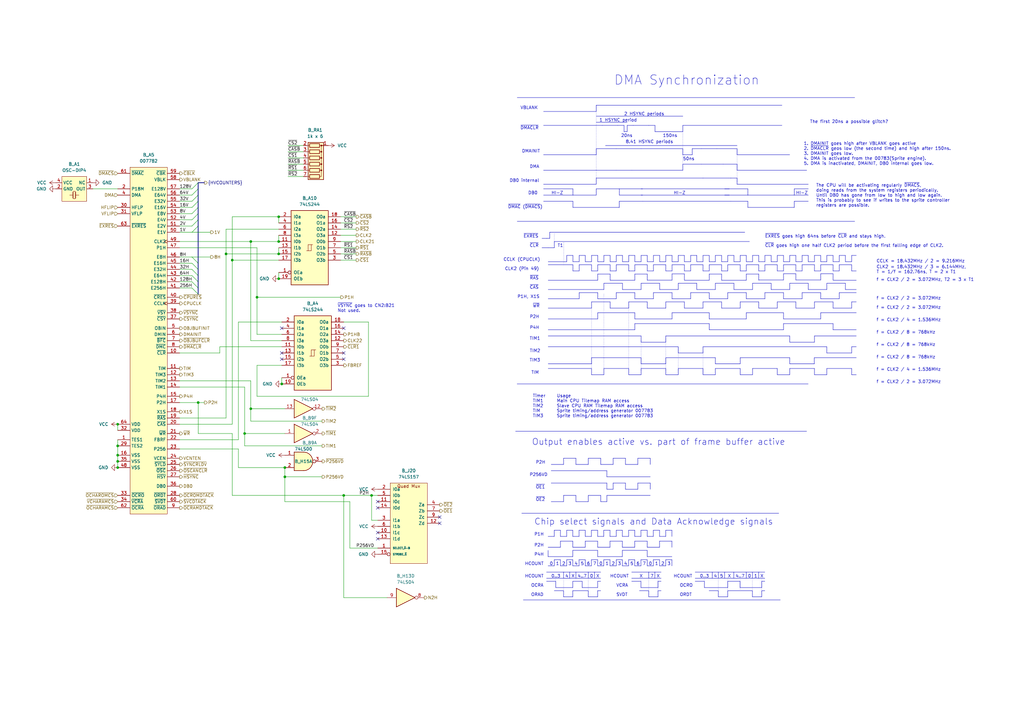
<source format=kicad_sch>
(kicad_sch (version 20230121) (generator eeschema)
  (paper "A3")
  (title_block (title "Twin 16 - Rev B") (date "2024-03-10") (company "Konami GX785/GX870/GX808/GX903") (comment 1 "Ulf Skutnabba, twitter: @skutis77"))
  (bus_alias "HVCOUNTERS" (members "1V" "2V" "4V" "8V" "16V" "32V" "64V" "128V" "8H" "16H" "32H" "64H" "128H" "256H"))
  (junction (at 114.3 104.14))
  (junction (at 48.26 191.77))
  (junction (at 102.87 99.06))
  (junction (at 105.41 121.92))
  (junction (at 95.25 106.68))
  (junction (at 48.26 173.99))
  (junction (at 102.87 167.64))
  (junction (at 81.28 165.1))
  (junction (at 100.33 177.8))
  (junction (at 116.84 191.77))
  (junction (at 115.57 157.48))
  (junction (at 140.97 203.2))
  (junction (at 116.84 195.58))
  (junction (at 114.3 99.06))
  (junction (at 48.26 186.69))
  (junction (at 48.26 189.23))
  (junction (at 114.3 114.3))
  (junction (at 48.26 182.88))
  (junction (at 114.3 88.9))
  (junction (at 152.4 203.2))
  (junction (at 92.71 104.14))
  (no_connect (at 140.97 147.32))
  (no_connect (at 140.97 144.78))
  (no_connect (at 140.97 134.62))
  (no_connect (at 115.57 147.32))
  (no_connect (at 115.57 144.78))
  (no_connect (at 115.57 134.62))
  (no_connect (at 154.94 205.74))
  (no_connect (at 154.94 208.28))
  (no_connect (at 154.94 218.44))
  (no_connect (at 154.94 220.98))
  (no_connect (at 180.34 212.09))
  (no_connect (at 180.34 214.63))
  (bus_entry (at 78.74 92.71) (size 2.54 -2.54))
  (bus_entry (at 78.74 95.25) (size 2.54 -2.54))
  (bus_entry (at 78.74 85.09) (size 2.54 -2.54))
  (bus_entry (at 78.74 105.41) (size 2.54 2.54))
  (bus_entry (at 78.74 107.95) (size 2.54 2.54))
  (bus_entry (at 78.74 90.17) (size 2.54 -2.54))
  (bus_entry (at 78.74 77.47) (size 2.54 -2.54))
  (bus_entry (at 78.74 80.01) (size 2.54 -2.54))
  (bus_entry (at 78.74 82.55) (size 2.54 -2.54))
  (bus_entry (at 78.74 118.11) (size 2.54 2.54))
  (bus_entry (at 78.74 110.49) (size 2.54 2.54))
  (bus_entry (at 78.74 87.63) (size 2.54 -2.54))
  (bus_entry (at 78.74 113.03) (size 2.54 2.54))
  (bus_entry (at 78.74 115.57) (size 2.54 2.54))
  (wire (pts (xy 95.25 88.9) (xy 114.3 88.9)))
  (polyline (pts (xy 250.19 232.0925) (xy 252.73 232.0925)) (stroke (width 0) (type solid)))
  (polyline (pts (xy 273.0935 123.825) (xy 273.0935 126.365)) (stroke (width 0) (type solid)))
  (polyline (pts (xy 311.1935 107.315) (xy 313.7335 107.315)) (stroke (width 0) (type solid)))
  (polyline (pts (xy 254 85.09) (xy 254 82.55)) (stroke (width 0) (type solid)))
  (wire (pts (xy 78.74 95.25) (xy 86.36 95.25)))
  (polyline (pts (xy 245.1535 114.935) (xy 245.1535 112.395)) (stroke (width 0) (type solid)))
  (polyline (pts (xy 245.11 240.9825) (xy 245.11 238.4425)) (stroke (width 0) (type solid)))
  (polyline (pts (xy 318.8135 111.125) (xy 321.3535 111.125)) (stroke (width 0) (type solid)))
  (polyline (pts (xy 257.2185 51.435) (xy 259.7585 51.435)) (stroke (width 0) (type solid)))
  (polyline (pts (xy 231.14 237.1725) (xy 231.14 234.6325)) (stroke (width 0) (type solid)))
  (polyline (pts (xy 306.1135 111.125) (xy 306.1135 108.585)) (stroke (width 0) (type solid)))
  (polyline (pts (xy 268.0135 111.125) (xy 268.0135 108.585)) (stroke (width 0) (type solid)))
  (polyline (pts (xy 298.4935 108.585) (xy 303.5735 108.585)) (stroke (width 0) (type solid)))
  (polyline (pts (xy 293.4135 149.225) (xy 303.5735 149.225)) (stroke (width 0) (type solid)))
  (polyline (pts (xy 233.68 234.6325) (xy 236.22 234.6325)) (stroke (width 0) (type solid)))
  (polyline (pts (xy 257.8535 153.67) (xy 262.9335 153.67)) (stroke (width 0) (type solid)))
  (polyline (pts (xy 275.59 224.4725) (xy 275.59 221.9325)) (stroke (width 0) (type solid)))
  (polyline (pts (xy 248.92 195.58) (xy 266.7 195.58)) (stroke (width 0) (type solid)))
  (polyline (pts (xy 246.38 190.5) (xy 246.38 187.96)) (stroke (width 0) (type solid)))
  (polyline (pts (xy 246.38 205.74) (xy 246.38 203.2)) (stroke (width 0) (type solid)))
  (polyline (pts (xy 260.35 232.0925) (xy 262.89 232.0925)) (stroke (width 0) (type solid)))
  (polyline (pts (xy 260.3935 135.255) (xy 260.3935 132.715)) (stroke (width 0) (type solid)))
  (wire (pts (xy 73.66 80.01) (xy 78.74 80.01)))
  (polyline (pts (xy 229.87 220.0275) (xy 232.41 220.0275)) (stroke (width 0) (type solid)))
  (polyline (pts (xy 334.0535 107.315) (xy 334.0535 104.775)) (stroke (width 0) (type solid)))
  (polyline (pts (xy 241.3 244.7925) (xy 245.11 244.7925)) (stroke (width 0) (type solid)))
  (polyline (pts (xy 293.4135 153.67) (xy 293.4135 151.13)) (stroke (width 0) (type solid)))
  (wire (pts (xy 73.66 85.09) (xy 78.74 85.09)))
  (polyline (pts (xy 260.3935 111.125) (xy 260.3935 108.585)) (stroke (width 0) (type solid)))
  (polyline (pts (xy 248.92 203.2) (xy 266.7 203.2)) (stroke (width 0) (type solid)))
  (polyline (pts (xy 278.1735 144.78) (xy 288.3335 144.78)) (stroke (width 0) (type solid)))
  (polyline (pts (xy 236.22 237.1725) (xy 236.22 234.6325)) (stroke (width 0) (type solid)))
  (polyline (pts (xy 303.5735 123.825) (xy 311.1935 123.825)) (stroke (width 0) (type solid)))
  (polyline (pts (xy 224.8335 126.365) (xy 242.6135 126.365)) (stroke (width 0) (type solid)))
  (polyline (pts (xy 301.0335 107.315) (xy 301.0335 104.775)) (stroke (width 0) (type solid)))
  (wire (pts (xy 90.17 142.24) (xy 115.57 142.24)))
  (polyline (pts (xy 294.64 237.1725) (xy 294.64 234.6202)) (stroke (width 0) (type solid)))
  (polyline (pts (xy 263.5685 82.55) (xy 299.7635 82.55)))
  (polyline (pts (xy 262.89 240.9825) (xy 269.875 240.9825)) (stroke (width 0) (type solid)))
  (polyline (pts (xy 260.3935 132.715) (xy 290.8735 132.715)) (stroke (width 0) (type solid)))
  (polyline (pts (xy 323.8935 116.205) (xy 331.5135 116.205)) (stroke (width 0) (type solid)))
  (polyline (pts (xy 262.89 217.4875) (xy 262.89 220.0275)) (stroke (width 0) (type solid)))
  (polyline (pts (xy 301.0335 116.205) (xy 301.0335 118.745)) (stroke (width 0) (type solid)))
  (polyline (pts (xy 245.11 228.2825) (xy 255.27 228.2825)) (stroke (width 0) (type solid)))
  (polyline (pts (xy 236.22 190.5) (xy 241.3 190.5)) (stroke (width 0) (type solid)))
  (polyline (pts (xy 245.11 244.7925) (xy 245.11 242.2525)) (stroke (width 0) (type solid)))
  (polyline (pts (xy 344.2135 104.775) (xy 346.7535 104.775)) (stroke (width 0) (type solid)))
  (polyline (pts (xy 275.6335 114.8877) (xy 275.6335 112.3477)) (stroke (width 0) (type solid)))
  (polyline (pts (xy 334.0535 146.685) (xy 351.1985 146.685)) (stroke (width 0) (type solid)))
  (polyline (pts (xy 232.4535 107.315) (xy 232.4535 104.775)) (stroke (width 0) (type solid)))
  (polyline (pts (xy 326.4335 112.2952) (xy 326.4335 114.8352)) (stroke (width 0) (type solid)))
  (polyline (pts (xy 278.1735 107.315) (xy 278.1735 104.775)) (stroke (width 0) (type solid)))
  (polyline (pts (xy 311.1935 108.585) (xy 311.1935 111.125)) (stroke (width 0) (type solid)))
  (polyline (pts (xy 336.5935 112.2952) (xy 341.6735 112.2952)) (stroke (width 0) (type solid)))
  (wire (pts (xy 73.66 105.41) (xy 78.74 105.41)))
  (polyline (pts (xy 255.27 229.5525) (xy 255.27 232.0925)) (stroke (width 0) (type solid)))
  (polyline (pts (xy 313.7335 120.015) (xy 321.3535 120.015)) (stroke (width 0) (type solid)))
  (polyline (pts (xy 241.3 203.2) (xy 246.38 203.2)) (stroke (width 0) (type solid)))
  (polyline (pts (xy 303.5735 146.685) (xy 323.8935 146.685)) (stroke (width 0) (type solid)))
  (wire (pts (xy 154.94 224.79) (xy 143.51 224.79)))
  (polyline (pts (xy 260.3935 130.81) (xy 260.3935 128.27)) (stroke (width 0) (type solid)))
  (wire (pts (xy 102.87 156.21) (xy 102.87 167.64)))
  (wire (pts (xy 102.87 172.72) (xy 102.87 167.64)))
  (polyline (pts (xy 341.6735 108.585) (xy 341.6735 111.125)) (stroke (width 0) (type solid)))
  (polyline (pts (xy 245.1535 120.015) (xy 245.1535 122.555)) (stroke (width 0) (type solid)))
  (polyline (pts (xy 241.3 244.7925) (xy 241.3 242.2525)) (stroke (width 0) (type solid)))
  (polyline (pts (xy 260.3935 122.555) (xy 268.0135 122.555)) (stroke (width 0) (type solid)))
  (polyline (pts (xy 336.5935 107.315) (xy 339.1335 107.315)) (stroke (width 0) (type solid)))
  (polyline (pts (xy 242.57 229.5525) (xy 245.11 229.5525)) (stroke (width 0) (type solid)))
  (polyline (pts (xy 233.68 237.1725) (xy 236.22 237.1725)) (stroke (width 0) (type solid)))
  (polyline (pts (xy 268.6485 53.975) (xy 268.6485 51.435)) (stroke (width 0) (type solid)))
  (polyline (pts (xy 313.7335 122.555) (xy 313.7335 120.015)) (stroke (width 0) (type solid)))
  (polyline (pts (xy 280.7135 112.3477) (xy 280.7135 114.8877)) (stroke (width 0) (type solid)))
  (polyline (pts (xy 212.1335 40.005) (xy 350.5635 40.005)))
  (polyline (pts (xy 270.51 217.4875) (xy 270.51 220.0275)) (stroke (width 0) (type solid)))
  (wire (pts (xy 73.66 101.6) (xy 105.41 101.6)))
  (polyline (pts (xy 265.4735 108.585) (xy 265.4735 111.125)) (stroke (width 0) (type solid)))
  (bus (pts (xy 81.28 90.17) (xy 81.28 92.71)))
  (polyline (pts (xy 293.4135 149.225) (xy 293.4135 146.685)) (stroke (width 0) (type solid)))
  (wire (pts (xy 146.05 99.06) (xy 139.7 99.06)))
  (polyline (pts (xy 311.1935 112.395) (xy 311.1935 114.935)) (stroke (width 0) (type solid)))
  (polyline (pts (xy 294.64 244.7925) (xy 294.64 242.2525)) (stroke (width 0) (type solid)))
  (polyline (pts (xy 270.5535 118.745) (xy 278.1735 118.745)) (stroke (width 0) (type solid)))
  (polyline (pts (xy 262.9335 107.315) (xy 262.9335 104.775)) (stroke (width 0) (type solid)))
  (polyline (pts (xy 290.8735 111.125) (xy 290.8735 108.585)) (stroke (width 0) (type solid)))
  (polyline (pts (xy 301.0335 107.315) (xy 303.5735 107.315)) (stroke (width 0) (type solid)))
  (wire (pts (xy 73.66 158.75) (xy 100.33 158.75)))
  (wire (pts (xy 92.71 93.98) (xy 114.3 93.98)))
  (polyline (pts (xy 252.7735 60.96) (xy 262.9335 60.96)))
  (polyline (pts (xy 229.87 224.4725) (xy 229.87 221.9325)) (stroke (width 0) (type solid)))
  (polyline (pts (xy 321.3535 130.81) (xy 336.5935 130.81)) (stroke (width 0) (type solid)))
  (polyline (pts (xy 336.5935 107.315) (xy 336.5935 104.775)) (stroke (width 0) (type solid)))
  (polyline (pts (xy 245.11 232.0925) (xy 247.65 232.0925)) (stroke (width 0) (type solid)))
  (polyline (pts (xy 308.6535 118.745) (xy 308.6535 116.205)) (stroke (width 0) (type solid)))
  (polyline (pts (xy 241.3 190.5) (xy 241.3 187.96)) (stroke (width 0) (type solid)))
  (polyline (pts (xy 306.1135 112.395) (xy 311.1935 112.395)) (stroke (width 0) (type solid)))
  (polyline (pts (xy 316.2735 107.315) (xy 318.8135 107.315)) (stroke (width 0) (type solid)))
  (polyline (pts (xy 287.6985 60.96) (xy 294.0485 60.96)))
  (polyline (pts (xy 323.8935 140.335) (xy 323.8935 137.795)) (stroke (width 0) (type solid)))
  (polyline (pts (xy 250.2335 107.315) (xy 252.7735 107.315)) (stroke (width 0) (type solid)))
  (polyline (pts (xy 227.965 240.9825) (xy 234.95 240.9825)) (stroke (width 0) (type solid)))
  (polyline (pts (xy 266.7 200.66) (xy 266.7 198.12)) (stroke (width 0) (type solid)))
  (wire (pts (xy 114.3 88.9) (xy 114.3 91.44)))
  (polyline (pts (xy 290.8735 130.81) (xy 290.8735 128.27)) (stroke (width 0) (type solid)))
  (polyline (pts (xy 323.8935 104.775) (xy 326.4335 104.775)) (stroke (width 0) (type solid)))
  (polyline (pts (xy 247.6935 118.745) (xy 247.6935 116.205)) (stroke (width 0) (type solid)))
  (bus (pts (xy 81.28 85.09) (xy 81.28 87.63)))
  (polyline (pts (xy 278.1735 144.78) (xy 278.1735 142.24)) (stroke (width 0) (type solid)))
  (polyline (pts (xy 262.9335 149.225) (xy 273.0935 149.225)) (stroke (width 0) (type solid)))
  (polyline (pts (xy 265.43 217.4875) (xy 265.43 220.0275)) (stroke (width 0) (type solid)))
  (polyline (pts (xy 318.8135 153.67) (xy 323.8935 153.67)) (stroke (width 0) (type solid)))
  (polyline (pts (xy 323.8935 118.745) (xy 323.8935 116.205)) (stroke (width 0) (type solid)))
  (polyline (pts (xy 306.7485 80.01) (xy 306.7485 77.47)) (stroke (width 0) (type solid)))
  (polyline (pts (xy 222.9285 51.435) (xy 247.0585 51.435)) (stroke (width 0) (type solid)))
  (polyline (pts (xy 278.1735 151.13) (xy 288.3335 151.13)) (stroke (width 0) (type solid)))
  (polyline (pts (xy 252.7735 120.015) (xy 260.3935 120.015)) (stroke (width 0) (type solid)))
  (wire (pts (xy 152.4 203.2) (xy 154.94 203.2)))
  (polyline (pts (xy 308.6535 153.67) (xy 308.6535 151.13)) (stroke (width 0) (type solid)))
  (polyline (pts (xy 287.6985 67.31) (xy 296.5885 67.31)))
  (polyline (pts (xy 270.51 220.0275) (xy 273.05 220.0275)) (stroke (width 0) (type solid)))
  (polyline (pts (xy 341.6735 135.255) (xy 351.1985 135.255)) (stroke (width 0) (type solid)))
  (polyline (pts (xy 255.3135 118.745) (xy 262.9335 118.745)) (stroke (width 0) (type solid)))
  (wire (pts (xy 118.11 62.23) (xy 124.46 62.23)))
  (polyline (pts (xy 302.3035 61.595) (xy 302.3035 74.93)) (stroke (width 0) (type dot)))
  (polyline (pts (xy 268.0135 104.775) (xy 270.5535 104.775)) (stroke (width 0) (type solid)))
  (polyline (pts (xy 349.2935 111.125) (xy 351.1985 111.125)) (stroke (width 0) (type solid)))
  (polyline (pts (xy 306.7485 80.01) (xy 297.2235 80.01)) (stroke (width 0) (type solid)))
  (polyline (pts (xy 349.2935 123.825) (xy 349.2935 126.365)) (stroke (width 0) (type solid)))
  (polyline (pts (xy 341.6735 123.825) (xy 341.6735 126.365)) (stroke (width 0) (type solid)))
  (polyline (pts (xy 234.9935 80.01) (xy 222.9285 80.01)) (stroke (width 0) (type solid)))
  (polyline (pts (xy 283.2535 120.015) (xy 290.8735 120.015)) (stroke (width 0) (type solid)))
  (polyline (pts (xy 229.87 229.5525) (xy 229.87 232.0925)) (stroke (width 0) (type solid)))
  (polyline (pts (xy 280.7135 111.125) (xy 283.2535 111.125)) (stroke (width 0) (type solid)))
  (polyline (pts (xy 240.0735 107.315) (xy 240.0735 104.775)) (stroke (width 0) (type solid)))
  (polyline (pts (xy 234.95 228.2825) (xy 234.95 225.7425)) (stroke (width 0) (type solid)))
  (polyline (pts (xy 331.5135 82.55) (xy 325.7985 82.55)) (stroke (width 0) (type solid)))
  (wire (pts (xy 73.66 180.34) (xy 97.79 180.34)))
  (polyline (pts (xy 321.3535 122.555) (xy 328.9735 122.555)) (stroke (width 0) (type solid)))
  (wire (pts (xy 116.84 195.58) (xy 132.08 195.58)))
  (polyline (pts (xy 265.4735 107.315) (xy 268.0135 107.315)) (stroke (width 0) (type solid)))
  (polyline (pts (xy 259.08 234.6325) (xy 266.065 234.6325)) (stroke (width 0) (type solid)))
  (polyline (pts (xy 222.2935 101.6) (xy 224.8335 101.6)))
  (polyline (pts (xy 331.5135 116.205) (xy 331.5135 118.745)) (stroke (width 0) (type solid)))
  (polyline (pts (xy 273.0935 146.685) (xy 293.4135 146.685)) (stroke (width 0) (type solid)))
  (polyline (pts (xy 341.6735 135.255) (xy 341.6735 132.715)) (stroke (width 0) (type solid)))
  (wire (pts (xy 95.25 177.8) (xy 95.25 203.2)))
  (polyline (pts (xy 273.05 217.4875) (xy 273.05 220.0275)) (stroke (width 0) (type solid)))
  (polyline (pts (xy 245.1535 107.315) (xy 247.6935 107.315)) (stroke (width 0) (type solid)))
  (polyline (pts (xy 336.5935 130.81) (xy 336.5935 128.27)) (stroke (width 0) (type solid)))
  (polyline (pts (xy 240.03 232.0925) (xy 242.57 232.0925)) (stroke (width 0) (type solid)))
  (wire (pts (xy 92.71 104.14) (xy 92.71 93.98)))
  (polyline (pts (xy 275.6335 120.015) (xy 275.6335 122.555)) (stroke (width 0) (type solid)))
  (polyline (pts (xy 244.5185 60.96) (xy 252.7735 60.96)) (stroke (width 0) (type solid)))
  (polyline (pts (xy 252.7735 69.85) (xy 259.1235 69.85)))
  (polyline (pts (xy 234.9935 85.09) (xy 254.0435 85.09)) (stroke (width 0) (type solid)))
  (polyline (pts (xy 252.7735 104.775) (xy 255.3135 104.775)) (stroke (width 0) (type solid)))
  (polyline (pts (xy 262.9335 118.745) (xy 262.9335 116.205)) (stroke (width 0) (type solid)))
  (polyline (pts (xy 339.1335 144.78) (xy 339.1335 142.24)) (stroke (width 0) (type solid)))
  (polyline (pts (xy 257.81 229.5525) (xy 260.35 229.5525)) (stroke (width 0) (type solid)))
  (polyline (pts (xy 302.3035 63.5) (xy 302.3035 60.96)) (stroke (width 0) (type solid)))
  (wire (pts (xy 105.41 162.56) (xy 105.41 149.86)))
  (polyline (pts (xy 259.08 237.1725) (xy 266.065 237.1725)) (stroke (width 0) (type solid)))
  (polyline (pts (xy 238.76 240.9825) (xy 245.11 240.9825)) (stroke (width 0) (type solid)))
  (wire (pts (xy 118.11 72.39) (xy 124.46 72.39)))
  (polyline (pts (xy 341.6735 107.315) (xy 341.6735 104.775)) (stroke (width 0) (type solid)))
  (polyline (pts (xy 250.19 224.4725) (xy 250.19 221.9325)) (stroke (width 0) (type solid)))
  (polyline (pts (xy 241.3 237.1725) (xy 243.84 237.1725)) (stroke (width 0) (type solid)))
  (wire (pts (xy 105.41 121.92) (xy 139.7 121.92)))
  (polyline (pts (xy 283.8885 60.96) (xy 287.6985 60.96)) (stroke (width 0) (type solid)))
  (polyline (pts (xy 269.875 240.9825) (xy 269.875 238.4425)) (stroke (width 0) (type solid)))
  (polyline (pts (xy 334.0535 123.825) (xy 334.0535 126.365)) (stroke (width 0) (type solid)))
  (polyline (pts (xy 268.605 237.1725) (xy 268.605 234.6325)) (stroke (width 0) (type solid)))
  (polyline (pts (xy 242.6135 104.775) (xy 245.1535 104.775)) (stroke (width 0) (type solid)))
  (polyline (pts (xy 262.255 242.2525) (xy 266.065 242.2525)) (stroke (width 0) (type solid)))
  (wire (pts (xy 140.97 245.11) (xy 140.97 203.2)))
  (polyline (pts (xy 308.6535 151.13) (xy 318.8135 151.13)) (stroke (width 0) (type solid)))
  (polyline (pts (xy 275.6335 112.3477) (xy 280.7135 112.3477)) (stroke (width 0) (type solid)))
  (polyline (pts (xy 224.8335 114.935) (xy 245.1535 114.935)) (stroke (width 0) (type solid)))
  (polyline (pts (xy 237.49 217.4875) (xy 237.49 220.0275)) (stroke (width 0) (type solid)))
  (polyline (pts (xy 262.9335 104.775) (xy 265.4735 104.775)) (stroke (width 0) (type solid)))
  (wire (pts (xy 100.33 177.8) (xy 116.84 177.8)))
  (polyline (pts (xy 273.05 229.5525) (xy 275.59 229.5525)) (stroke (width 0) (type solid)))
  (polyline (pts (xy 267.97 217.4875) (xy 270.51 217.4875)) (stroke (width 0) (type solid)))
  (polyline (pts (xy 298.45 242.2525) (xy 308.61 242.2525)) (stroke (width 0) (type solid)))
  (polyline (pts (xy 234.9935 82.55) (xy 222.9285 82.55)) (stroke (width 0) (type solid)))
  (polyline (pts (xy 295.9535 126.365) (xy 303.5735 126.365)) (stroke (width 0) (type solid)))
  (polyline (pts (xy 269.875 242.2525) (xy 271.145 242.2525)) (stroke (width 0) (type solid)))
  (polyline (pts (xy 243.84 237.1725) (xy 246.38 237.1725)) (stroke (width 0) (type solid)))
  (polyline (pts (xy 247.65 229.5525) (xy 247.65 232.0925)) (stroke (width 0) (type solid)))
  (polyline (pts (xy 275.59 229.5525) (xy 275.59 232.0925)) (stroke (width 0) (type solid)))
  (polyline (pts (xy 242.6135 123.825) (xy 242.6135 126.365)) (stroke (width 0) (type solid)))
  (polyline (pts (xy 311.1935 111.125) (xy 313.7335 111.125)) (stroke (width 0) (type solid)))
  (wire (pts (xy 143.51 224.79) (xy 143.51 205.74)))
  (polyline (pts (xy 278.1735 116.205) (xy 285.7935 116.205)) (stroke (width 0) (type solid)))
  (polyline (pts (xy 273.0935 104.775) (xy 275.6335 104.775)) (stroke (width 0) (type solid)))
  (wire (pts (xy 151.13 162.56) (xy 105.41 162.56)))
  (polyline (pts (xy 346.7535 118.745) (xy 346.7535 116.205)) (stroke (width 0) (type solid)))
  (wire (pts (xy 116.84 191.77) (xy 116.84 195.58)))
  (polyline (pts (xy 250.2335 114.935) (xy 260.3935 114.935)) (stroke (width 0) (type solid)))
  (polyline (pts (xy 244.5185 43.18) (xy 320.7185 43.18)) (stroke (width 0) (type solid)))
  (polyline (pts (xy 303.5735 153.67) (xy 303.5735 151.13)) (stroke (width 0) (type solid)))
  (polyline (pts (xy 273.0935 123.825) (xy 280.7135 123.825)) (stroke (width 0) (type solid)))
  (polyline (pts (xy 232.4535 104.775) (xy 234.9935 104.775)) (stroke (width 0) (type solid)))
  (polyline (pts (xy 306.1135 122.555) (xy 313.7335 122.555)) (stroke (width 0) (type solid)))
  (polyline (pts (xy 312.42 237.1725) (xy 312.42 242.2525)) (stroke (width 0) (type dot)))
  (polyline (pts (xy 240.03 229.5525) (xy 240.03 232.0925)) (stroke (width 0) (type solid)))
  (polyline (pts (xy 227.965 237.1725) (xy 227.965 238.4425)) (stroke (width 0) (type dot)))
  (wire (pts (xy 81.28 165.1) (xy 73.66 165.1)))
  (polyline (pts (xy 251.46 198.12) (xy 256.54 198.12)) (stroke (width 0) (type solid)))
  (polyline (pts (xy 242.6135 153.67) (xy 247.6935 153.67)) (stroke (width 0) (type solid)))
  (polyline (pts (xy 285.115 238.4425) (xy 288.925 238.4425)) (stroke (width 0) (type solid)))
  (polyline (pts (xy 306.7485 77.47) (xy 297.2235 77.47)) (stroke (width 0) (type solid)))
  (polyline (pts (xy 227.33 217.4875) (xy 227.33 220.0275)) (stroke (width 0) (type solid)))
  (wire (pts (xy 73.66 115.57) (xy 78.74 115.57)))
  (polyline (pts (xy 326.4335 107.315) (xy 326.4335 104.775)) (stroke (width 0) (type solid)))
  (polyline (pts (xy 245.1535 107.315) (xy 245.1535 104.775)) (stroke (width 0) (type solid)))
  (polyline (pts (xy 247.65 229.5525) (xy 250.19 229.5525)) (stroke (width 0) (type solid)))
  (polyline (pts (xy 256.54 200.66) (xy 261.62 200.66)) (stroke (width 0) (type solid)))
  (polyline (pts (xy 265.43 224.4725) (xy 265.43 221.9325)) (stroke (width 0) (type solid)))
  (polyline (pts (xy 306.1135 128.27) (xy 321.3535 128.27)) (stroke (width 0) (type solid)))
  (polyline (pts (xy 334.0535 104.775) (xy 336.5935 104.775)) (stroke (width 0) (type solid)))
  (polyline (pts (xy 326.4335 108.585) (xy 326.4335 111.125)) (stroke (width 0) (type solid)))
  (polyline (pts (xy 224.155 234.6325) (xy 231.14 234.6325)) (stroke (width 0) (type solid)))
  (polyline (pts (xy 257.2185 53.975) (xy 257.2185 51.435)) (stroke (width 0) (type solid)))
  (polyline (pts (xy 251.46 190.5) (xy 251.46 187.96)) (stroke (width 0) (type solid)))
  (wire (pts (xy 73.66 87.63) (xy 78.74 87.63)))
  (wire (pts (xy 158.75 245.11) (xy 140.97 245.11)))
  (polyline (pts (xy 288.3335 111.125) (xy 290.8735 111.125)) (stroke (width 0) (type solid)))
  (polyline (pts (xy 295.9535 123.825) (xy 295.9535 126.365)) (stroke (width 0) (type solid)))
  (polyline (pts (xy 344.2135 120.015) (xy 351.1985 120.015)) (stroke (width 0) (type solid)))
  (polyline (pts (xy 283.2535 107.315) (xy 283.2535 104.775)) (stroke (width 0) (type solid)))
  (polyline (pts (xy 245.1535 130.81) (xy 245.1535 128.27)) (stroke (width 0) (type solid)))
  (polyline (pts (xy 224.8335 135.255) (xy 260.3935 135.255)) (stroke (width 0) (type solid)))
  (wire (pts (xy 73.66 99.06) (xy 102.87 99.06)))
  (polyline (pts (xy 262.89 217.4875) (xy 265.43 217.4875)) (stroke (width 0) (type solid)))
  (polyline (pts (xy 328.9735 122.555) (xy 328.9735 120.015)) (stroke (width 0) (type solid)))
  (polyline (pts (xy 341.6735 126.365) (xy 349.2935 126.365)) (stroke (width 0) (type solid)))
  (polyline (pts (xy 238.76 240.9825) (xy 238.76 238.4425)) (stroke (width 0) (type solid)))
  (wire (pts (xy 73.66 156.21) (xy 102.87 156.21)))
  (polyline (pts (xy 247.65 217.4875) (xy 247.65 220.0275)) (stroke (width 0) (type solid)))
  (polyline (pts (xy 253.4085 51.435) (xy 255.9485 51.435)) (stroke (width 0) (type solid)))
  (polyline (pts (xy 265.4735 114.8877) (xy 275.6335 114.8877)) (stroke (width 0) (type solid)))
  (polyline (pts (xy 234.9935 108.585) (xy 234.9935 111.125)) (stroke (width 0) (type solid)))
  (wire (pts (xy 48.26 189.23) (xy 48.26 191.77)))
  (polyline (pts (xy 290.83 242.2525) (xy 294.64 242.2525)) (stroke (width 0) (type solid)))
  (polyline (pts (xy 266.7 190.5) (xy 266.7 187.96)) (stroke (width 0) (type solid)))
  (wire (pts (xy 97.79 191.77) (xy 116.84 191.77)))
  (polyline (pts (xy 280.0785 69.85) (xy 280.0785 67.31)) (stroke (width 0) (type solid)))
  (wire (pts (xy 100.33 177.8) (xy 100.33 158.75)))
  (polyline (pts (xy 313.7335 111.125) (xy 313.7335 108.585)) (stroke (width 0) (type solid)))
  (polyline (pts (xy 245.11 242.2525) (xy 246.38 242.2525)) (stroke (width 0) (type solid)))
  (polyline (pts (xy 349.2935 142.24) (xy 351.1985 142.24)) (stroke (width 0) (type solid)))
  (polyline (pts (xy 298.4935 120.015) (xy 306.1135 120.015)) (stroke (width 0) (type solid)))
  (polyline (pts (xy 245.1535 108.585) (xy 250.2335 108.585)) (stroke (width 0) (type solid)))
  (polyline (pts (xy 268.0135 120.015) (xy 275.6335 120.015)) (stroke (width 0) (type solid)))
  (polyline (pts (xy 280.0785 53.975) (xy 280.0785 67.31)) (stroke (width 0) (type dot)))
  (polyline (pts (xy 260.3935 107.315) (xy 262.9335 107.315)) (stroke (width 0) (type solid)))
  (polyline (pts (xy 321.3535 108.585) (xy 326.4335 108.585)) (stroke (width 0) (type solid)))
  (polyline (pts (xy 247.65 217.4875) (xy 250.19 217.4875)) (stroke (width 0) (type solid)))
  (polyline (pts (xy 290.8735 130.81) (xy 306.1135 130.81)) (stroke (width 0) (type solid)))
  (polyline (pts (xy 290.8735 114.935) (xy 290.8735 112.395)) (stroke (width 0) (type solid)))
  (wire (pts (xy 78.74 105.41) (xy 86.36 105.41)))
  (polyline (pts (xy 318.8135 108.585) (xy 318.8135 111.125)) (stroke (width 0) (type solid)))
  (polyline (pts (xy 255.3135 107.315) (xy 257.8535 107.315)) (stroke (width 0) (type solid)))
  (polyline (pts (xy 288.925 237.1725) (xy 288.925 238.4425)) (stroke (width 0) (type dot)))
  (polyline (pts (xy 334.0535 111.125) (xy 336.5935 111.125)) (stroke (width 0) (type solid)))
  (polyline (pts (xy 308.6535 107.315) (xy 308.6535 104.775)) (stroke (width 0) (type solid)))
  (polyline (pts (xy 227.33 229.5525) (xy 229.87 229.5525)) (stroke (width 0) (type solid)))
  (polyline (pts (xy 273.0935 111.125) (xy 275.6335 111.125)) (stroke (width 0) (type solid)))
  (wire (pts (xy 73.66 184.15) (xy 97.79 184.15)))
  (polyline (pts (xy 252.73 217.4875) (xy 252.73 220.0275)) (stroke (width 0) (type solid)))
  (polyline (pts (xy 237.5335 107.315) (xy 237.5335 104.775)) (stroke (width 0) (type solid)))
  (polyline (pts (xy 234.95 224.4725) (xy 234.95 221.9325)) (stroke (width 0) (type solid)))
  (polyline (pts (xy 302.3035 73.025) (xy 299.7635 73.025)) (stroke (width 0) (type solid)))
  (polyline (pts (xy 247.6935 120.65) (xy 247.6935 151.13)) (stroke (width 0) (type dot)))
  (polyline (pts (xy 237.49 229.5525) (xy 237.49 232.0925)) (stroke (width 0) (type solid)))
  (polyline (pts (xy 323.8935 140.335) (xy 334.0535 140.335)) (stroke (width 0) (type solid)))
  (polyline (pts (xy 341.6735 111.125) (xy 344.2135 111.125)) (stroke (width 0) (type solid)))
  (polyline (pts (xy 242.6135 111.125) (xy 245.1535 111.125)) (stroke (width 0) (type solid)))
  (polyline (pts (xy 302.3035 67.31) (xy 296.5885 67.31)) (stroke (width 0) (type solid)))
  (polyline (pts (xy 227.33 229.5525) (xy 227.33 232.0925)) (stroke (width 0) (type solid)))
  (polyline (pts (xy 236.22 205.74) (xy 236.22 203.2)) (stroke (width 0) (type solid)))
  (polyline (pts (xy 270.51 229.5525) (xy 270.51 232.0925)) (stroke (width 0) (type solid)))
  (wire (pts (xy 90.17 144.78) (xy 90.17 142.24)))
  (wire (pts (xy 92.71 104.14) (xy 114.3 104.14)))
  (polyline (pts (xy 273.0935 107.315) (xy 273.0935 104.775)) (stroke (width 0) (type solid)))
  (polyline (pts (xy 334.0535 153.67) (xy 334.0535 151.13)) (stroke (width 0) (type solid)))
  (polyline (pts (xy 293.4135 104.775) (xy 295.9535 104.775)) (stroke (width 0) (type solid)))
  (polyline (pts (xy 306.1135 107.315) (xy 308.6535 107.315)) (stroke (width 0) (type solid)))
  (polyline (pts (xy 227.33 242.2525) (xy 231.14 242.2525)) (stroke (width 0) (type solid)))
  (polyline (pts (xy 234.95 224.4725) (xy 240.03 224.4725)) (stroke (width 0) (type solid)))
  (polyline (pts (xy 236.22 190.5) (xy 236.22 187.96)) (stroke (width 0) (type solid)))
  (polyline (pts (xy 240.03 221.9325) (xy 245.11 221.9325)) (stroke (width 0) (type solid)))
  (polyline (pts (xy 252.7735 108.585) (xy 257.8535 108.585)) (stroke (width 0) (type solid)))
  (polyline (pts (xy 328.9735 107.315) (xy 328.9735 104.775)) (stroke (width 0) (type solid)))
  (polyline (pts (xy 312.42 244.7925) (xy 312.42 242.2525)) (stroke (width 0) (type solid)))
  (polyline (pts (xy 313.7335 104.775) (xy 316.2735 104.775)) (stroke (width 0) (type solid)))
  (polyline (pts (xy 273.0935 108.585) (xy 273.0935 111.125)) (stroke (width 0) (type solid)))
  (polyline (pts (xy 266.065 237.1602) (xy 268.605 237.1602)) (stroke (width 0) (type solid)))
  (polyline (pts (xy 268.605 234.6325) (xy 271.145 234.6325)) (stroke (width 0) (type solid)))
  (polyline (pts (xy 266.065 237.1725) (xy 266.065 242.2525)) (stroke (width 0) (type dot)))
  (polyline (pts (xy 331.5135 77.47) (xy 325.7985 77.47)) (stroke (width 0) (type solid)))
  (polyline (pts (xy 288.3335 108.585) (xy 288.3335 111.125)) (stroke (width 0) (type solid)))
  (polyline (pts (xy 280.0785 63.5) (xy 283.8885 63.5)) (stroke (width 0) (type solid)))
  (polyline (pts (xy 290.8735 112.395) (xy 295.9535 112.395)) (stroke (width 0) (type solid)))
  (polyline (pts (xy 339.1335 104.775) (xy 341.6735 104.775)) (stroke (width 0) (type solid)))
  (polyline (pts (xy 252.7735 111.125) (xy 252.7735 108.585)) (stroke (width 0) (type solid)))
  (polyline (pts (xy 245.11 224.4725) (xy 245.11 221.9325)) (stroke (width 0) (type solid)))
  (polyline (pts (xy 260.35 224.4725) (xy 260.35 221.9325)) (stroke (width 0) (type solid)))
  (polyline (pts (xy 331.5135 107.315) (xy 334.0535 107.315)) (stroke (width 0) (type solid)))
  (polyline (pts (xy 283.2535 122.555) (xy 283.2535 120.015)) (stroke (width 0) (type solid)))
  (polyline (pts (xy 285.7935 107.315) (xy 285.7935 104.775)) (stroke (width 0) (type solid)))
  (polyline (pts (xy 244.5185 45.72) (xy 244.5185 43.18)) (stroke (width 0) (type solid)))
  (polyline (pts (xy 341.6735 107.315) (xy 344.2135 107.315)) (stroke (width 0) (type solid)))
  (polyline (pts (xy 224.8335 151.13) (xy 242.6135 151.13)) (stroke (width 0) (type solid)))
  (polyline (pts (xy 262.89 229.5525) (xy 262.89 232.0925)) (stroke (width 0) (type solid)))
  (wire (pts (xy 73.66 173.99) (xy 95.25 173.99)))
  (wire (pts (xy 140.97 132.08) (xy 151.13 132.08)))
  (polyline (pts (xy 273.0935 153.67) (xy 273.0935 151.13)) (stroke (width 0) (type solid)))
  (polyline (pts (xy 298.45 238.4425) (xy 303.53 238.4425)) (stroke (width 0) (type solid)))
  (polyline (pts (xy 245.1535 122.555) (xy 252.7735 122.555)) (stroke (width 0) (type solid)))
  (polyline (pts (xy 344.2135 107.315) (xy 344.2135 104.775)) (stroke (width 0) (type solid)))
  (polyline (pts (xy 227.3735 99.06) (xy 227.3735 95.25)) (stroke (width 0) (type dot)))
  (polyline (pts (xy 273.0935 149.225) (xy 273.0935 146.685)) (stroke (width 0) (type solid)))
  (polyline (pts (xy 266.065 237.1725) (xy 266.065 234.6325)) (stroke (width 0) (type solid)))
  (polyline (pts (xy 265.43 229.5525) (xy 265.43 232.0925)) (stroke (width 0) (type solid)))
  (polyline (pts (xy 275.6335 111.125) (xy 275.6335 108.585)) (stroke (width 0) (type solid)))
  (polyline (pts (xy 321.3535 107.315) (xy 321.3535 104.775)) (stroke (width 0) (type solid)))
  (wire (pts (xy 146.05 93.98) (xy 139.7 93.98)))
  (wire (pts (xy 114.3 96.52) (xy 114.3 99.06)))
  (polyline (pts (xy 241.3 205.74) (xy 241.3 203.2)) (stroke (width 0) (type solid)))
  (polyline (pts (xy 224.79 224.4725) (xy 229.87 224.4725)) (stroke (width 0) (type solid)))
  (polyline (pts (xy 349.2935 153.67) (xy 349.2935 151.13)) (stroke (width 0) (type solid)))
  (polyline (pts (xy 255.27 232.0925) (xy 257.81 232.0925)) (stroke (width 0) (type solid)))
  (polyline (pts (xy 224.8335 130.81) (xy 245.1535 130.81)) (stroke (width 0) (type solid)))
  (polyline (pts (xy 260.3935 130.81) (xy 275.6335 130.81)) (stroke (width 0) (type solid)))
  (polyline (pts (xy 250.2335 112.395) (xy 250.2335 114.935)) (stroke (width 0) (type solid)))
  (polyline (pts (xy 260.35 229.5525) (xy 260.35 232.0925)) (stroke (width 0) (type solid)))
  (polyline (pts (xy 234.9935 85.09) (xy 234.9935 82.55)) (stroke (width 0) (type solid)))
  (polyline (pts (xy 252.73 229.5525) (xy 255.27 229.5525)) (stroke (width 0) (type solid)))
  (polyline (pts (xy 306.7485 85.09) (xy 325.7985 85.09)) (stroke (width 0) (type solid)))
  (polyline (pts (xy 242.6135 108.585) (xy 242.6135 111.125)) (stroke (width 0) (type solid)))
  (polyline (pts (xy 244.5185 80.01) (xy 244.5185 77.47)) (stroke (width 0) (type solid)))
  (polyline (pts (xy 254.0435 77.47) (xy 244.5185 77.47)) (stroke (width 0) (type solid)))
  (polyline (pts (xy 260.3935 107.315) (xy 260.3935 104.775)) (stroke (width 0) (type solid)))
  (polyline (pts (xy 280.7135 114.935) (xy 290.8735 114.935)) (stroke (width 0) (type solid)))
  (polyline (pts (xy 224.8335 142.24) (xy 278.1735 142.24)) (stroke (width 0) (type solid)))
  (polyline (pts (xy 232.41 229.5525) (xy 234.95 229.5525)) (stroke (width 0) (type solid)))
  (polyline (pts (xy 328.9735 120.015) (xy 336.5935 120.015)) (stroke (width 0) (type solid)))
  (polyline (pts (xy 318.8135 123.825) (xy 318.8135 126.365)) (stroke (width 0) (type solid)))
  (polyline (pts (xy 288.925 240.9825) (xy 298.45 240.9825)) (stroke (width 0) (type solid)))
  (polyline (pts (xy 236.22 237.1725) (xy 241.3 237.1725)) (stroke (width 0) (type solid)))
  (polyline (pts (xy 334.0535 140.335) (xy 334.0535 137.795)) (stroke (width 0) (type solid)))
  (polyline (pts (xy 339.1335 116.205) (xy 346.7535 116.205)) (stroke (width 0) (type solid)))
  (polyline (pts (xy 298.4935 107.315) (xy 298.4935 104.775)) (stroke (width 0) (type solid)))
  (bus (pts (xy 81.28 107.95) (xy 81.28 110.49)))
  (wire (pts (xy 146.05 91.44) (xy 139.7 91.44)))
  (polyline (pts (xy 248.92 200.66) (xy 251.46 200.66)) (stroke (width 0) (type solid)))
  (polyline (pts (xy 334.0535 137.795) (xy 351.1985 137.795)) (stroke (width 0) (type solid)))
  (polyline (pts (xy 349.2935 108.585) (xy 349.2935 111.125)) (stroke (width 0) (type solid)))
  (polyline (pts (xy 318.8135 104.775) (xy 321.3535 104.775)) (stroke (width 0) (type solid)))
  (polyline (pts (xy 269.875 237.1725) (xy 269.875 242.2525)) (stroke (width 0) (type dot)))
  (wire (pts (xy 81.28 165.1) (xy 81.28 177.8)))
  (polyline (pts (xy 280.0785 63.5) (xy 280.0785 60.96)) (stroke (width 0) (type solid)))
  (polyline (pts (xy 245.1535 112.395) (xy 250.2335 112.395)) (stroke (width 0) (type solid)))
  (polyline (pts (xy 248.92 205.74) (xy 248.92 203.2)) (stroke (width 0) (type solid)))
  (polyline (pts (xy 255.27 217.4875) (xy 255.27 220.0275)) (stroke (width 0) (type solid)))
  (polyline (pts (xy 331.5135 80.01) (xy 325.7985 80.01)) (stroke (width 0) (type solid)))
  (wire (pts (xy 146.05 104.14) (xy 139.7 104.14)))
  (polyline (pts (xy 225.4685 97.79) (xy 225.4685 95.25)) (stroke (width 0) (type solid)))
  (polyline (pts (xy 297.18 237.1602) (xy 297.18 234.6202)) (stroke (width 0) (type solid)))
  (polyline (pts (xy 273.0935 140.335) (xy 273.0935 137.795)) (stroke (width 0) (type solid)))
  (polyline (pts (xy 234.95 238.4425) (xy 238.76 238.4425)) (stroke (width 0) (type solid)))
  (polyline (pts (xy 247.0585 51.435) (xy 253.4085 51.435)))
  (polyline (pts (xy 242.6135 123.825) (xy 250.2335 123.825)) (stroke (width 0) (type solid)))
  (wire (pts (xy 92.71 171.45) (xy 92.71 104.14)))
  (polyline (pts (xy 257.8535 123.825) (xy 265.4735 123.825)) (stroke (width 0) (type solid)))
  (bus (pts (xy 81.28 115.57) (xy 81.28 118.11)))
  (polyline (pts (xy 349.2935 107.315) (xy 349.2935 104.775)) (stroke (width 0) (type solid)))
  (wire (pts (xy 116.84 205.74) (xy 116.84 195.58)))
  (polyline (pts (xy 242.57 229.5525) (xy 242.57 232.0925)) (stroke (width 0) (type solid)))
  (polyline (pts (xy 224.79 228.2825) (xy 224.79 225.7425)) (stroke (width 0) (type solid)))
  (polyline (pts (xy 244.5185 47.625) (xy 280.0785 47.625)))
  (polyline (pts (xy 265.43 228.2825) (xy 275.59 228.2825)) (stroke (width 0) (type solid)))
  (polyline (pts (xy 268.0135 108.585) (xy 273.0935 108.585)) (stroke (width 0) (type solid)))
  (polyline (pts (xy 280.7135 107.315) (xy 280.7135 104.775)) (stroke (width 0) (type solid)))
  (polyline (pts (xy 262.89 240.9825) (xy 262.89 238.4425)) (stroke (width 0) (type solid)))
  (polyline (pts (xy 229.87 232.0925) (xy 232.41 232.0925)) (stroke (width 0) (type solid)))
  (polyline (pts (xy 242.57 217.4875) (xy 242.57 220.0275)) (stroke (width 0) (type solid)))
  (polyline (pts (xy 288.3335 153.67) (xy 293.4135 153.67)) (stroke (width 0) (type solid)))
  (polyline (pts (xy 306.1135 120.015) (xy 306.1135 122.555)) (stroke (width 0) (type solid)))
  (polyline (pts (xy 328.9735 108.585) (xy 334.0535 108.585)) (stroke (width 0) (type solid)))
  (polyline (pts (xy 229.87 221.9325) (xy 234.95 221.9325)) (stroke (width 0) (type solid)))
  (polyline (pts (xy 268.0135 107.315) (xy 268.0135 104.775)) (stroke (width 0) (type solid)))
  (polyline (pts (xy 295.9535 108.585) (xy 295.9535 111.125)) (stroke (width 0) (type solid)))
  (polyline (pts (xy 308.61 237.1725) (xy 308.61 242.2525)) (stroke (width 0) (type dot)))
  (polyline (pts (xy 262.9335 60.96) (xy 280.0785 60.96)) (stroke (width 0) (type solid)))
  (polyline (pts (xy 244.5185 50.165) (xy 257.2185 50.165)))
  (polyline (pts (xy 293.4135 116.205) (xy 301.0335 116.205)) (stroke (width 0) (type solid)))
  (polyline (pts (xy 290.8735 135.255) (xy 321.3535 135.255)) (stroke (width 0) (type solid)))
  (polyline (pts (xy 237.49 229.5525) (xy 240.03 229.5525)) (stroke (width 0) (type solid)))
  (polyline (pts (xy 294.0485 60.96) (xy 302.3035 60.96)) (stroke (width 0) (type solid)))
  (polyline (pts (xy 316.2735 116.205) (xy 316.2735 118.745)) (stroke (width 0) (type solid)))
  (polyline (pts (xy 278.1735 104.775) (xy 280.7135 104.775)) (stroke (width 0) (type solid)))
  (polyline (pts (xy 257.8535 153.67) (xy 257.8535 151.13)) (stroke (width 0) (type solid)))
  (wire (pts (xy 73.66 82.55) (xy 78.74 82.55)))
  (polyline (pts (xy 244.5185 75.565) (xy 244.5185 73.025)) (stroke (width 0) (type solid)))
  (polyline (pts (xy 303.5735 108.585) (xy 303.5735 111.125)) (stroke (width 0) (type solid)))
  (wire (pts (xy 97.79 180.34) (xy 97.79 132.08)))
  (polyline (pts (xy 263.5685 77.47) (xy 254.0435 77.47)) (stroke (width 0) (type solid)))
  (polyline (pts (xy 298.4935 104.775) (xy 301.0335 104.775)) (stroke (width 0) (type solid)))
  (polyline (pts (xy 266.065 244.7925) (xy 269.875 244.7925)) (stroke (width 0) (type solid)))
  (polyline (pts (xy 288.925 240.9825) (xy 288.925 238.4425)) (stroke (width 0) (type solid)))
  (polyline (pts (xy 269.875 244.7925) (xy 269.875 242.2525)) (stroke (width 0) (type solid)))
  (wire (pts (xy 132.08 172.72) (xy 102.87 172.72)))
  (polyline (pts (xy 241.3 237.1725) (xy 241.3 234.6325)) (stroke (width 0) (type solid)))
  (polyline (pts (xy 237.5335 108.585) (xy 242.6135 108.585)) (stroke (width 0) (type solid)))
  (wire (pts (xy 97.79 132.08) (xy 115.57 132.08)))
  (polyline (pts (xy 234.9935 77.47) (xy 222.9285 77.47)) (stroke (width 0) (type solid)))
  (polyline (pts (xy 260.35 217.4875) (xy 260.35 220.0275)) (stroke (width 0) (type solid)))
  (polyline (pts (xy 293.4135 107.315) (xy 293.4135 104.775)) (stroke (width 0) (type solid)))
  (polyline (pts (xy 303.53 237.1725) (xy 303.53 242.2525)) (stroke (width 0) (type dot)))
  (bus (pts (xy 81.28 77.47) (xy 81.28 80.01)))
  (polyline (pts (xy 231.14 244.7925) (xy 231.14 242.2525)) (stroke (width 0) (type solid)))
  (polyline (pts (xy 224.155 237.1725) (xy 231.14 237.1725)) (stroke (width 0) (type solid)))
  (polyline (pts (xy 224.8335 107.315) (xy 232.4535 107.315)) (stroke (width 0) (type solid)))
  (polyline (pts (xy 252.7735 122.555) (xy 252.7735 120.015)) (stroke (width 0) (type solid)))
  (polyline (pts (xy 224.8335 118.745) (xy 247.6935 118.745)) (stroke (width 0) (type solid)))
  (bus (pts (xy 81.28 80.01) (xy 81.28 82.55)))
  (wire (pts (xy 102.87 99.06) (xy 114.3 99.06)))
  (polyline (pts (xy 306.1135 130.81) (xy 306.1135 128.27)) (stroke (width 0) (type solid)))
  (polyline (pts (xy 349.2935 153.67) (xy 351.1985 153.67)) (stroke (width 0) (type solid)))
  (polyline (pts (xy 257.8535 111.125) (xy 260.3935 111.125)) (stroke (width 0) (type solid)))
  (polyline (pts (xy 267.97 229.5525) (xy 270.51 229.5525)) (stroke (width 0) (type solid)))
  (polyline (pts (xy 250.2335 126.365) (xy 257.8535 126.365)) (stroke (width 0) (type solid)))
  (polyline (pts (xy 231.14 234.6325) (xy 233.68 234.6325)) (stroke (width 0) (type solid)))
  (polyline (pts (xy 234.95 217.4875) (xy 234.95 220.0275)) (stroke (width 0) (type solid)))
  (polyline (pts (xy 270.5535 107.315) (xy 270.5535 104.775)) (stroke (width 0) (type solid)))
  (polyline (pts (xy 270.51 224.4725) (xy 270.51 221.9325)) (stroke (width 0) (type solid)))
  (polyline (pts (xy 227.33 217.4875) (xy 229.87 217.4875)) (stroke (width 0) (type solid)))
  (wire (pts (xy 105.41 137.16) (xy 115.57 137.16)))
  (polyline (pts (xy 275.6335 130.81) (xy 275.6335 128.27)) (stroke (width 0) (type solid)))
  (polyline (pts (xy 326.4335 111.125) (xy 328.9735 111.125)) (stroke (width 0) (type solid)))
  (polyline (pts (xy 240.0735 107.315) (xy 242.6135 107.315)) (stroke (width 0) (type solid)))
  (polyline (pts (xy 240.03 224.4725) (xy 240.03 221.9325)) (stroke (width 0) (type solid)))
  (wire (pts (xy 151.13 132.08) (xy 151.13 162.56)))
  (polyline (pts (xy 261.62 187.96) (xy 266.7 187.96)) (stroke (width 0) (type solid)))
  (wire (pts (xy 102.87 139.7) (xy 102.87 99.06)))
  (polyline (pts (xy 283.2535 108.585) (xy 288.3335 108.585)) (stroke (width 0) (type solid)))
  (polyline (pts (xy 225.4685 95.25) (xy 305.4785 95.25)) (stroke (width 0) (type solid)))
  (polyline (pts (xy 250.2335 108.585) (xy 250.2335 111.125)) (stroke (width 0) (type solid)))
  (polyline (pts (xy 237.49 217.4875) (xy 240.03 217.4875)) (stroke (width 0) (type solid)))
  (polyline (pts (xy 262.9335 80.01) (xy 299.1285 80.01)))
  (polyline (pts (xy 344.2135 122.555) (xy 344.2135 120.015)) (stroke (width 0) (type solid)))
  (bus (pts (xy 81.28 92.71) (xy 81.28 107.95)))
  (polyline (pts (xy 308.61 244.7925) (xy 312.42 244.7925)) (stroke (width 0) (type solid)))
  (polyline (pts (xy 288.3335 107.315) (xy 288.3335 104.775)) (stroke (width 0) (type solid)))
  (polyline (pts (xy 262.9335 151.13) (xy 273.0935 151.13)) (stroke (width 0) (type solid)))
  (polyline (pts (xy 290.8735 108.585) (xy 295.9535 108.585)) (stroke (width 0) (type solid)))
  (polyline (pts (xy 326.4335 126.365) (xy 334.0535 126.365)) (stroke (width 0) (type solid)))
  (polyline (pts (xy 265.43 228.2825) (xy 265.43 225.7425)) (stroke (width 0) (type solid)))
  (polyline (pts (xy 331.5135 75.565) (xy 302.3035 75.565)) (stroke (width 0) (type solid)))
  (polyline (pts (xy 294.64 244.7925) (xy 298.45 244.7925)) (stroke (width 0) (type solid)))
  (polyline (pts (xy 224.79 220.0275) (xy 227.33 220.0275)) (stroke (width 0) (type solid)))
  (wire (pts (xy 143.51 205.74) (xy 116.84 205.74)))
  (polyline (pts (xy 255.9485 53.975) (xy 257.2185 53.975)) (stroke (width 0) (type solid)))
  (polyline (pts (xy 254.0435 80.01) (xy 254.0435 77.47)) (stroke (width 0) (type solid)))
  (polyline (pts (xy 237.5335 111.125) (xy 237.5335 108.585)) (stroke (width 0) (type solid)))
  (polyline (pts (xy 244.5185 80.01) (xy 234.9935 80.01)) (stroke (width 0) (type solid)))
  (polyline (pts (xy 263.5685 82.55) (xy 254.0435 82.55)) (stroke (width 0) (type solid)))
  (polyline (pts (xy 226.06 193.04) (xy 248.92 193.04)) (stroke (width 0) (type solid)))
  (polyline (pts (xy 349.2935 144.78) (xy 349.2935 142.24)) (stroke (width 0) (type solid)))
  (bus (pts (xy 81.28 74.93) (xy 81.28 77.47)))
  (polyline (pts (xy 323.8935 153.67) (xy 323.8935 151.13)) (stroke (width 0) (type solid)))
  (polyline (pts (xy 285.115 237.1725) (xy 313.69 237.1725)) (stroke (width 0) (type solid)))
  (polyline (pts (xy 224.8335 101.6) (xy 227.3735 101.6)) (stroke (width 0) (type solid)))
  (bus (pts (xy 81.28 74.93) (xy 83.82 74.93)))
  (polyline (pts (xy 288.3335 142.24) (xy 339.1335 142.24)) (stroke (width 0) (type solid)))
  (polyline (pts (xy 248.92 198.12) (xy 248.92 200.66)) (stroke (width 0) (type solid)))
  (polyline (pts (xy 290.8735 120.015) (xy 290.8735 122.555)) (stroke (width 0) (type solid)))
  (polyline (pts (xy 294.64 237.1725) (xy 294.64 242.2525)) (stroke (width 0) (type dot)))
  (wire (pts (xy 118.11 69.85) (xy 124.46 69.85)))
  (wire (pts (xy 114.3 101.6) (xy 114.3 104.14)))
  (polyline (pts (xy 251.46 200.66) (xy 251.46 198.12)) (stroke (width 0) (type solid)))
  (polyline (pts (xy 260.3935 114.935) (xy 260.3935 112.395)) (stroke (width 0) (type solid)))
  (polyline (pts (xy 242.6135 146.685) (xy 262.9335 146.685)) (stroke (width 0) (type solid)))
  (polyline (pts (xy 214.63 246.0625) (xy 320.04 246.0625)))
  (polyline (pts (xy 303.5735 153.67) (xy 308.6535 153.67)) (stroke (width 0) (type solid)))
  (polyline (pts (xy 246.38 205.74) (xy 248.92 205.74)) (stroke (width 0) (type solid)))
  (wire (pts (xy 154.94 213.36) (xy 152.4 213.36)))
  (polyline (pts (xy 257.81 229.5525) (xy 257.81 232.0925)) (stroke (width 0) (type solid)))
  (polyline (pts (xy 234.95 220.0275) (xy 237.49 220.0275)) (stroke (width 0) (type solid)))
  (polyline (pts (xy 222.2935 97.79) (xy 224.1985 97.79)))
  (polyline (pts (xy 278.1735 118.745) (xy 278.1735 116.205)) (stroke (width 0) (type solid)))
  (wire (pts (xy 95.25 203.2) (xy 140.97 203.2)))
  (polyline (pts (xy 321.3535 111.125) (xy 321.3535 108.585)) (stroke (width 0) (type solid)))
  (polyline (pts (xy 242.6135 107.315) (xy 242.6135 104.775)) (stroke (width 0) (type solid)))
  (polyline (pts (xy 270.5535 107.315) (xy 273.0935 107.315)) (stroke (width 0) (type solid)))
  (polyline (pts (xy 256.54 190.5) (xy 261.62 190.5)) (stroke (width 0) (type solid)))
  (polyline (pts (xy 273.0935 153.67) (xy 278.1735 153.67)) (stroke (width 0) (type solid)))
  (polyline (pts (xy 290.8735 135.255) (xy 290.8735 132.715)) (stroke (width 0) (type solid)))
  (polyline (pts (xy 278.1735 153.67) (xy 278.1735 151.13)) (stroke (width 0) (type solid)))
  (polyline (pts (xy 252.7735 107.315) (xy 252.7735 104.775)) (stroke (width 0) (type solid)))
  (bus (pts (xy 81.28 82.55) (xy 81.28 85.09)))
  (wire (pts (xy 73.66 171.45) (xy 92.71 171.45)))
  (polyline (pts (xy 266.065 234.6325) (xy 268.605 234.6325)) (stroke (width 0) (type solid)))
  (polyline (pts (xy 344.2135 111.125) (xy 344.2135 108.585)) (stroke (width 0) (type solid)))
  (polyline (pts (xy 273.0935 137.795) (xy 323.8935 137.795)) (stroke (width 0) (type solid)))
  (polyline (pts (xy 248.92 195.58) (xy 248.92 193.04)) (stroke (width 0) (type solid)))
  (polyline (pts (xy 245.11 229.5525) (xy 245.11 232.0925)) (stroke (width 0) (type solid)))
  (polyline (pts (xy 260.3935 108.585) (xy 265.4735 108.585)) (stroke (width 0) (type solid)))
  (wire (pts (xy 73.66 118.11) (xy 78.74 118.11)))
  (polyline (pts (xy 280.0785 53.975) (xy 280.0785 51.435)) (stroke (width 0) (type solid)))
  (polyline (pts (xy 311.1935 107.315) (xy 311.1935 104.775)) (stroke (width 0) (type solid)))
  (polyline (pts (xy 248.3285 59.69) (xy 302.3035 59.69)))
  (polyline (pts (xy 331.5135 107.315) (xy 331.5135 104.775)) (stroke (width 0) (type solid)))
  (polyline (pts (xy 226.06 190.5) (xy 231.14 190.5)) (stroke (width 0) (type solid)))
  (polyline (pts (xy 212.1335 90.805) (xy 350.5635 90.805)))
  (polyline (pts (xy 306.7485 85.09) (xy 306.7485 82.55)) (stroke (width 0) (type solid)))
  (polyline (pts (xy 311.15 237.1725) (xy 311.15 234.6202)) (stroke (width 0) (type solid)))
  (wire (pts (xy 105.41 101.6) (xy 105.41 121.92)))
  (polyline (pts (xy 283.2535 104.775) (xy 285.7935 104.775)) (stroke (width 0) (type solid)))
  (polyline (pts (xy 330.8785 69.85) (xy 302.3035 69.85)) (stroke (width 0) (type solid)))
  (polyline (pts (xy 231.14 237.1602) (xy 233.68 237.1602)) (stroke (width 0) (type solid)))
  (polyline (pts (xy 262.9335 139.7) (xy 262.9335 152.4)) (stroke (width 0) (type dot)))
  (polyline (pts (xy 303.5735 111.125) (xy 306.1135 111.125)) (stroke (width 0) (type solid)))
  (polyline (pts (xy 328.9735 104.775) (xy 331.5135 104.775)) (stroke (width 0) (type solid)))
  (polyline (pts (xy 302.3035 69.85) (xy 302.3035 67.31)) (stroke (width 0) (type solid)))
  (polyline (pts (xy 222.9285 63.5) (xy 244.5185 63.5)) (stroke (width 0) (type solid)))
  (polyline (pts (xy 244.5185 73.025) (xy 288.3335 73.025)) (stroke (width 0) (type solid)))
  (polyline (pts (xy 321.3535 132.715) (xy 341.6735 132.715)) (stroke (width 0) (type solid)))
  (polyline (pts (xy 229.87 217.4875) (xy 229.87 220.0275)) (stroke (width 0) (type solid)))
  (polyline (pts (xy 234.9935 107.315) (xy 234.9935 104.775)) (stroke (width 0) (type solid)))
  (polyline (pts (xy 242.57 217.4875) (xy 245.11 217.4875)) (stroke (width 0) (type solid)))
  (polyline (pts (xy 273.05 229.5525) (xy 273.05 232.0925)) (stroke (width 0) (type solid)))
  (polyline (pts (xy 339.1335 153.67) (xy 339.1335 151.13)) (stroke (width 0) (type solid)))
  (polyline (pts (xy 231.14 237.1725) (xy 231.14 242.2525)) (stroke (width 0) (type dot)))
  (polyline (pts (xy 242.6135 149.225) (xy 242.6135 146.685)) (stroke (width 0) (type solid)))
  (wire (pts (xy 152.4 213.36) (xy 152.4 203.2)))
  (polyline (pts (xy 224.8335 149.225) (xy 242.6135 149.225)) (stroke (width 0) (type solid)))
  (polyline (pts (xy 252.73 217.4875) (xy 255.27 217.4875)) (stroke (width 0) (type solid)))
  (polyline (pts (xy 316.2735 118.745) (xy 323.8935 118.745)) (stroke (width 0) (type solid)))
  (polyline (pts (xy 346.7535 107.315) (xy 349.2935 107.315)) (stroke (width 0) (type solid)))
  (bus (pts (xy 81.28 118.11) (xy 81.28 120.65)))
  (polyline (pts (xy 222.9285 45.72) (xy 244.5185 45.72)) (stroke (width 0) (type solid)))
  (polyline (pts (xy 326.4335 114.8352) (xy 336.5935 114.8352)) (stroke (width 0) (type solid)))
  (polyline (pts (xy 295.9535 107.315) (xy 298.4935 107.315)) (stroke (width 0) (type solid)))
  (polyline (pts (xy 270.5535 116.205) (xy 270.5535 118.745)) (stroke (width 0) (type solid)))
  (polyline (pts (xy 293.4135 118.745) (xy 293.4135 116.205)) (stroke (width 0) (type solid)))
  (polyline (pts (xy 312.42 240.9825) (xy 312.42 238.4425)) (stroke (width 0) (type solid)))
  (polyline (pts (xy 328.9735 111.125) (xy 328.9735 108.585)) (stroke (width 0) (type solid)))
  (polyline (pts (xy 280.7135 107.315) (xy 283.2535 107.315)) (stroke (width 0) (type solid)))
  (polyline (pts (xy 306.1135 114.935) (xy 306.1135 112.395)) (stroke (width 0) (type solid)))
  (polyline (pts (xy 323.8935 107.315) (xy 323.8935 104.775)) (stroke (width 0) (type solid)))
  (polyline (pts (xy 237.5335 120.015) (xy 245.1535 120.015)) (stroke (width 0) (type solid)))
  (polyline (pts (xy 250.2335 123.825) (xy 250.2335 126.365)) (stroke (width 0) (type solid)))
  (polyline (pts (xy 275.6335 107.315) (xy 275.6335 104.775)) (stroke (width 0) (type solid)))
  (polyline (pts (xy 288.3335 144.78) (xy 288.3335 142.24)) (stroke (width 0) (type solid)))
  (polyline (pts (xy 231.14 187.96) (xy 236.22 187.96)) (stroke (width 0) (type solid)))
  (polyline (pts (xy 245.1535 128.27) (xy 260.3935 128.27)) (stroke (width 0) (type solid)))
  (polyline (pts (xy 257.8535 123.825) (xy 257.8535 126.365)) (stroke (width 0) (type solid)))
  (polyline (pts (xy 265.43 224.4725) (xy 270.51 224.4725)) (stroke (width 0) (type solid)))
  (polyline (pts (xy 255.27 224.4725) (xy 255.27 221.9325)) (stroke (width 0) (type solid)))
  (polyline (pts (xy 261.62 190.5) (xy 261.62 187.96)) (stroke (width 0) (type solid)))
  (polyline (pts (xy 245.11 220.0275) (xy 247.65 220.0275)) (stroke (width 0) (type solid)))
  (polyline (pts (xy 265.4735 126.365) (xy 273.0935 126.365)) (stroke (width 0) (type solid)))
  (polyline (pts (xy 275.6335 107.315) (xy 278.1735 107.315)) (stroke (width 0) (type solid)))
  (polyline (pts (xy 222.9285 69.85) (xy 252.7735 69.85)) (stroke (width 0) (type solid)))
  (polyline (pts (xy 285.7935 107.315) (xy 288.3335 107.315)) (stroke (width 0) (type solid)))
  (polyline (pts (xy 236.22 205.74) (xy 241.3 205.74)) (stroke (width 0) (type solid)))
  (polyline (pts (xy 256.54 190.5) (xy 256.54 187.96)) (stroke (width 0) (type solid)))
  (polyline (pts (xy 288.3335 153.67) (xy 288.3335 151.13)) (stroke (width 0) (type solid)))
  (wire (pts (xy 73.66 110.49) (xy 78.74 110.49)))
  (polyline (pts (xy 349.2935 123.825) (xy 351.1985 123.825)) (stroke (width 0) (type solid)))
  (polyline (pts (xy 323.8935 63.5) (xy 302.3035 63.5)) (stroke (width 0) (type solid)))
  (wire (pts (xy 140.97 203.2) (xy 152.4 203.2)))
  (polyline (pts (xy 325.7985 77.47) (xy 325.7985 80.01)) (stroke (width 0) (type solid)))
  (wire (pts (xy 73.66 113.03) (xy 78.74 113.03)))
  (polyline (pts (xy 234.9935 111.125) (xy 237.5335 111.125)) (stroke (width 0) (type solid)))
  (wire (pts (xy 73.66 90.17) (xy 78.74 90.17)))
  (polyline (pts (xy 234.95 229.5525) (xy 234.95 232.0925)) (stroke (width 0) (type solid)))
  (polyline (pts (xy 261.62 198.12) (xy 266.7 198.12)) (stroke (width 0) (type solid)))
  (polyline (pts (xy 236.22 234.6325) (xy 241.3 234.6325)) (stroke (width 0) (type solid)))
  (polyline (pts (xy 231.14 190.5) (xy 231.14 187.96)) (stroke (width 0) (type solid)))
  (polyline (pts (xy 268.605 237.1725) (xy 271.145 237.1725)) (stroke (width 0) (type solid)))
  (polyline (pts (xy 283.2535 111.125) (xy 283.2535 108.585)) (stroke (width 0) (type solid)))
  (polyline (pts (xy 283.8885 63.5) (xy 283.8885 60.96)) (stroke (width 0) (type solid)))
  (polyline (pts (xy 280.0785 53.975) (xy 268.6485 53.975)) (stroke (width 0) (type solid)))
  (polyline (pts (xy 262.9335 153.67) (xy 262.9335 151.13)) (stroke (width 0) (type solid)))
  (polyline (pts (xy 334.0535 108.585) (xy 334.0535 111.125)) (stroke (width 0) (type solid)))
  (polyline (pts (xy 321.3535 114.8352) (xy 321.3535 112.2952)) (stroke (width 0) (type solid)))
  (polyline (pts (xy 275.6335 108.585) (xy 280.7135 108.585)) (stroke (width 0) (type solid)))
  (polyline (pts (xy 325.7985 80.01) (xy 306.7485 80.01)) (stroke (width 0) (type solid)))
  (polyline (pts (xy 242.6135 126.365) (xy 242.6135 151.13)) (stroke (width 0) (type dot)))
  (polyline (pts (xy 255.9485 53.975) (xy 255.9485 51.435)) (stroke (width 0) (type solid)))
  (polyline (pts (xy 265.4735 107.315) (xy 265.4735 104.775)) (stroke (width 0) (type solid)))
  (polyline (pts (xy 255.27 225.7425) (xy 265.43 225.7425)) (stroke (width 0) (type solid)))
  (polyline (pts (xy 247.6935 151.13) (xy 257.8535 151.13)) (stroke (width 0) (type solid)))
  (polyline (pts (xy 224.8335 137.795) (xy 262.9335 137.795)) (stroke (width 0) (type solid)))
  (polyline (pts (xy 316.2735 107.315) (xy 316.2735 104.775)) (stroke (width 0) (type solid)))
  (wire (pts (xy 105.41 149.86) (xy 115.57 149.86)))
  (polyline (pts (xy 308.6535 104.775) (xy 311.1935 104.775)) (stroke (width 0) (type solid)))
  (polyline (pts (xy 312.42 238.4425) (xy 313.69 238.4425)) (stroke (width 0) (type solid)))
  (polyline (pts (xy 257.8535 108.585) (xy 257.8535 111.125)) (stroke (width 0) (type solid)))
  (polyline (pts (xy 241.3 234.6325) (xy 243.84 234.6325)) (stroke (width 0) (type solid)))
  (polyline (pts (xy 234.95 232.0925) (xy 237.49 232.0925)) (stroke (width 0) (type solid)))
  (polyline (pts (xy 244.5185 63.5) (xy 244.5185 60.96)) (stroke (width 0) (type solid)))
  (wire (pts (xy 48.26 186.69) (xy 48.26 189.23)))
  (polyline (pts (xy 250.2335 107.315) (xy 250.2335 104.775)) (stroke (width 0) (type solid)))
  (polyline (pts (xy 280.7135 123.825) (xy 280.7135 126.365)) (stroke (width 0) (type solid)))
  (polyline (pts (xy 250.2335 111.125) (xy 252.7735 111.125)) (stroke (width 0) (type solid)))
  (polyline (pts (xy 339.1335 107.315) (xy 339.1335 104.775)) (stroke (width 0) (type solid)))
  (polyline (pts (xy 259.08 238.4425) (xy 262.89 238.4425)) (stroke (width 0) (type solid)))
  (polyline (pts (xy 252.73 229.5525) (xy 252.73 232.0925)) (stroke (width 0) (type solid)))
  (polyline (pts (xy 231.1835 108.585) (xy 231.1835 99.06)) (stroke (width 0) (type dot)))
  (polyline (pts (xy 227.3735 101.6) (xy 227.3735 99.06)) (stroke (width 0) (type solid)))
  (polyline (pts (xy 262.89 237.1725) (xy 262.89 238.4425)) (stroke (width 0) (type dot)))
  (polyline (pts (xy 306.1135 107.315) (xy 306.1135 104.775)) (stroke (width 0) (type solid)))
  (polyline (pts (xy 311.1935 126.365) (xy 318.8135 126.365)) (stroke (width 0) (type solid)))
  (polyline (pts (xy 247.6935 104.775) (xy 250.2335 104.775)) (stroke (width 0) (type solid)))
  (wire (pts (xy 132.08 182.88) (xy 100.33 182.88)))
  (polyline (pts (xy 232.41 217.4875) (xy 232.41 220.0275)) (stroke (width 0) (type solid)))
  (polyline (pts (xy 260.3935 120.015) (xy 260.3935 122.555)) (stroke (width 0) (type solid)))
  (polyline (pts (xy 255.3135 116.205) (xy 255.3135 118.745)) (stroke (width 0) (type solid)))
  (polyline (pts (xy 265.4735 123.825) (xy 265.4735 126.365)) (stroke (width 0) (type solid)))
  (polyline (pts (xy 339.1335 151.13) (xy 349.2935 151.13)) (stroke (width 0) (type solid)))
  (polyline (pts (xy 336.5935 128.27) (xy 351.1985 128.27)) (stroke (width 0) (type solid)))
  (polyline (pts (xy 266.065 244.7925) (xy 266.065 242.2525)) (stroke (width 0) (type solid)))
  (wire (pts (xy 118.11 67.31) (xy 124.46 67.31)))
  (polyline (pts (xy 306.7485 82.55) (xy 299.7635 82.55)) (stroke (width 0) (type solid)))
  (polyline (pts (xy 336.5935 114.8352) (xy 336.5935 112.2952)) (stroke (width 0) (type solid)))
  (polyline (pts (xy 255.27 220.0275) (xy 257.81 220.0275)) (stroke (width 0) (type solid)))
  (polyline (pts (xy 255.3135 107.315) (xy 255.3135 104.775)) (stroke (width 0) (type solid)))
  (polyline (pts (xy 318.8135 107.315) (xy 318.8135 104.775)) (stroke (width 0) (type solid)))
  (polyline (pts (xy 227.3735 99.06) (xy 307.3835 99.06)) (stroke (width 0) (type solid)))
  (polyline (pts (xy 211.455 176.8475) (xy 330.835 176.8475)))
  (polyline (pts (xy 246.38 190.5) (xy 251.46 190.5)) (stroke (width 0) (type solid)))
  (polyline (pts (xy 303.53 240.9825) (xy 312.42 240.9825)) (stroke (width 0) (type solid)))
  (polyline (pts (xy 232.41 217.4875) (xy 234.95 217.4875)) (stroke (width 0) (type solid)))
  (polyline (pts (xy 270.51 221.9325) (xy 275.59 221.9325)) (stroke (width 0) (type solid)))
  (polyline (pts (xy 341.6735 114.935) (xy 351.1985 114.935)) (stroke (width 0) (type solid)))
  (polyline (pts (xy 245.11 238.4425) (xy 246.38 238.4425)) (stroke (width 0) (type solid)))
  (polyline (pts (xy 259.1235 69.85) (xy 280.0785 69.85)) (stroke (width 0) (type solid)))
  (polyline (pts (xy 303.5735 107.315) (xy 303.5735 104.775)) (stroke (width 0) (type solid)))
  (wire (pts (xy 95.25 173.99) (xy 95.25 106.68)))
  (polyline (pts (xy 262.9335 77.47) (xy 299.1285 77.47)))
  (wire (pts (xy 83.82 165.1) (xy 81.28 165.1)))
  (polyline (pts (xy 270.51 232.0925) (xy 273.05 232.0925)) (stroke (width 0) (type solid)))
  (wire (pts (xy 115.57 154.94) (xy 115.57 157.48)))
  (polyline (pts (xy 262.9335 149.225) (xy 262.9335 146.685)) (stroke (width 0) (type solid)))
  (polyline (pts (xy 334.0535 153.67) (xy 339.1335 153.67)) (stroke (width 0) (type solid)))
  (polyline (pts (xy 257.8535 104.775) (xy 260.3935 104.775)) (stroke (width 0) (type solid)))
  (polyline (pts (xy 298.45 240.9825) (xy 298.45 238.4425)) (stroke (width 0) (type solid)))
  (polyline (pts (xy 311.1935 123.825) (xy 311.1935 126.365)) (stroke (width 0) (type solid)))
  (polyline (pts (xy 242.6135 153.67) (xy 242.6135 151.13)) (stroke (width 0) (type solid)))
  (polyline (pts (xy 280.7135 126.365) (xy 288.3335 126.365)) (stroke (width 0) (type solid)))
  (polyline (pts (xy 325.755 85.09) (xy 325.755 82.55)) (stroke (width 0) (type solid)))
  (polyline (pts (xy 257.81 217.4875) (xy 260.35 217.4875)) (stroke (width 0) (type solid)))
  (wire (pts (xy 115.57 139.7) (xy 102.87 139.7)))
  (polyline (pts (xy 346.7535 118.745) (xy 351.1985 118.745)) (stroke (width 0) (type solid)))
  (polyline (pts (xy 213.995 210.5025) (xy 319.405 210.5025)))
  (polyline (pts (xy 262.89 229.5525) (xy 265.43 229.5525)) (stroke (width 0) (type solid)))
  (polyline (pts (xy 265.43 232.0925) (xy 267.97 232.0925)) (stroke (width 0) (type solid)))
  (wire (pts (xy 146.05 96.52) (xy 139.7 96.52)))
  (polyline (pts (xy 321.3535 135.255) (xy 321.3535 132.715)) (stroke (width 0) (type solid)))
  (polyline (pts (xy 234.95 244.7925) (xy 234.95 242.2525)) (stroke (width 0) (type solid)))
  (polyline (pts (xy 226.06 198.12) (xy 248.92 198.12)) (stroke (width 0) (type solid)))
  (polyline (pts (xy 260.35 221.9325) (xy 265.43 221.9325)) (stroke (width 0) (type solid)))
  (polyline (pts (xy 224.79 232.0925) (xy 227.33 232.0925)) (stroke (width 0) (type solid)))
  (polyline (pts (xy 334.0535 123.825) (xy 341.6735 123.825)) (stroke (width 0) (type solid)))
  (wire (pts (xy 95.25 88.9) (xy 95.25 106.68)))
  (polyline (pts (xy 256.54 200.66) (xy 256.54 198.12)) (stroke (width 0) (type solid)))
  (polyline (pts (xy 224.8335 108.585) (xy 234.9935 108.585)) (stroke (width 0) (type solid)))
  (polyline (pts (xy 240.03 217.4875) (xy 240.03 220.0275)) (stroke (width 0) (type solid)))
  (polyline (pts (xy 339.1335 144.78) (xy 349.2935 144.78)) (stroke (width 0) (type solid)))
  (polyline (pts (xy 268.0135 122.555) (xy 268.0135 120.015)) (stroke (width 0) (type solid)))
  (polyline (pts (xy 266.1085 51.435) (xy 268.6485 51.435)) (stroke (width 0) (type solid)))
  (polyline (pts (xy 224.8335 122.555) (xy 237.5335 122.555)) (stroke (width 0) (type solid)))
  (polyline (pts (xy 280.7135 108.585) (xy 280.7135 111.125)) (stroke (width 0) (type solid)))
  (polyline (pts (xy 336.5935 111.125) (xy 336.5935 108.585)) (stroke (width 0) (type solid)))
  (polyline (pts (xy 308.61 237.1725) (xy 308.61 234.6202)) (stroke (width 0) (type solid)))
  (polyline (pts (xy 224.155 238.4425) (xy 227.965 238.4425)) (stroke (width 0) (type solid)))
  (polyline (pts (xy 212.09 157.48) (xy 331.47 157.48)))
  (polyline (pts (xy 321.3535 120.015) (xy 321.3535 122.555)) (stroke (width 0) (type solid)))
  (polyline (pts (xy 321.3535 130.81) (xy 321.3535 128.27)) (stroke (width 0) (type solid)))
  (polyline (pts (xy 321.3535 112.2952) (xy 326.4335 112.2952)) (stroke (width 0) (type solid)))
  (polyline (pts (xy 285.7935 118.745) (xy 293.4135 118.745)) (stroke (width 0) (type solid)))
  (polyline (pts (xy 288.3335 104.775) (xy 290.8735 104.775)) (stroke (width 0) (type solid)))
  (polyline (pts (xy 262.9335 140.335) (xy 262.9335 137.795)) (stroke (width 0) (type solid)))
  (polyline (pts (xy 262.9335 116.205) (xy 270.5535 116.205)) (stroke (width 0) (type solid)))
  (polyline (pts (xy 303.5735 123.825) (xy 303.5735 126.365)) (stroke (width 0) (type solid)))
  (polyline (pts (xy 298.45 244.7925) (xy 298.45 242.2525)) (stroke (width 0) (type solid)))
  (polyline (pts (xy 224.1985 97.79) (xy 225.4685 97.79)) (stroke (width 0) (type solid)))
  (polyline (pts (xy 267.97 229.5525) (xy 267.97 232.0925)) (stroke (width 0) (type solid)))
  (polyline (pts (xy 234.95 240.9825) (xy 234.95 238.4425)) (stroke (width 0) (type solid)))
  (wire (pts (xy 100.33 182.88) (xy 100.33 177.8)))
  (bus (pts (xy 81.28 87.63) (xy 81.28 90.17)))
  (bus (pts (xy 81.28 110.49) (xy 81.28 113.03)))
  (polyline (pts (xy 295.9535 114.935) (xy 306.1135 114.935)) (stroke (width 0) (type solid)))
  (polyline (pts (xy 280.0785 67.31) (xy 287.6985 67.31)) (stroke (width 0) (type solid)))
  (polyline (pts (xy 275.6335 128.27) (xy 290.8735 128.27)) (stroke (width 0) (type solid)))
  (polyline (pts (xy 288.3335 73.025) (xy 299.7635 73.025)))
  (polyline (pts (xy 306.07 237.1725) (xy 306.07 234.6325)) (stroke (width 0) (type solid)))
  (polyline (pts (xy 259.7585 51.435) (xy 266.1085 51.435)))
  (wire (pts (xy 146.05 88.9) (xy 139.7 88.9)))
  (wire (pts (xy 81.28 177.8) (xy 95.25 177.8)))
  (polyline (pts (xy 263.5685 80.01) (xy 254.0435 80.01)) (stroke (width 0) (type solid)))
  (polyline (pts (xy 234.95 242.2525) (xy 241.3 242.2525)) (stroke (width 0) (type solid)))
  (polyline (pts (xy 265.4735 111.125) (xy 268.0135 111.125)) (stroke (width 0) (type solid)))
  (polyline (pts (xy 243.84 237.1725) (xy 243.84 234.6325)) (stroke (width 0) (type solid)))
  (polyline (pts (xy 288.3335 123.825) (xy 288.3335 126.365)) (stroke (width 0) (type solid)))
  (polyline (pts (xy 265.4735 112.395) (xy 265.4735 114.935)) (stroke (width 0) (type solid)))
  (wire (pts (xy 48.26 182.88) (xy 48.26 186.69)))
  (polyline (pts (xy 300.99 237.1725) (xy 300.99 234.6325)) (stroke (width 0) (type solid)))
  (polyline (pts (xy 227.965 240.9825) (xy 227.965 238.4425)) (stroke (width 0) (type solid)))
  (polyline (pts (xy 260.35 220.0275) (xy 262.89 220.0275)) (stroke (width 0) (type solid)))
  (bus (pts (xy 81.28 113.03) (xy 81.28 115.57)))
  (polyline (pts (xy 339.1335 118.745) (xy 339.1335 116.205)) (stroke (width 0) (type solid)))
  (polyline (pts (xy 247.6935 107.315) (xy 247.6935 104.775)) (stroke (width 0) (type solid)))
  (polyline (pts (xy 285.7935 116.205) (xy 285.7935 118.745)) (stroke (width 0) (type solid)))
  (polyline (pts (xy 323.8935 151.13) (xy 334.0535 151.13)) (stroke (width 0) (type solid)))
  (polyline (pts (xy 295.9535 107.315) (xy 295.9535 104.775)) (stroke (width 0) (type solid)))
  (polyline (pts (xy 265.43 220.0275) (xy 267.97 220.0275)) (stroke (width 0) (type solid)))
  (wire (pts (xy 48.26 180.34) (xy 48.26 182.88)))
  (wire (pts (xy 97.79 184.15) (xy 97.79 191.77)))
  (polyline (pts (xy 257.81 217.4875) (xy 257.81 220.0275)) (stroke (width 0) (type solid)))
  (polyline (pts (xy 295.9535 112.395) (xy 295.9535 114.935)) (stroke (width 0) (type solid)))
  (polyline (pts (xy 241.3 187.96) (xy 246.38 187.96)) (stroke (width 0) (type solid)))
  (polyline (pts (xy 247.6935 153.67) (xy 247.6935 151.13)) (stroke (width 0) (type solid)))
  (polyline (pts (xy 349.2935 104.775) (xy 351.1985 104.775)) (stroke (width 0) (type solid)))
  (polyline (pts (xy 302.3035 75.565) (xy 302.3035 73.025)) (stroke (width 0) (type solid)))
  (polyline (pts (xy 290.8735 107.315) (xy 290.8735 104.775)) (stroke (width 0) (type solid)))
  (polyline (pts (xy 275.59 217.4875) (xy 275.59 220.0275)) (stroke (width 0) (type solid)))
  (polyline (pts (xy 336.5935 122.555) (xy 336.5935 120.015)) (stroke (width 0) (type solid)))
  (polyline (pts (xy 295.9535 111.125) (xy 298.4935 111.125)) (stroke (width 0) (type solid)))
  (polyline (pts (xy 262.9335 140.335) (xy 273.0935 140.335)) (stroke (width 0) (type solid)))
  (polyline (pts (xy 237.5335 120.015) (xy 237.5335 122.555)) (stroke (width 0) (type solid)))
  (polyline (pts (xy 257.8535 107.315) (xy 257.8535 104.775)) (stroke (width 0) (type solid)))
  (polyline (pts (xy 308.6535 116.205) (xy 316.2735 116.205)) (stroke (width 0) (type solid)))
  (polyline (pts (xy 336.5935 108.585) (xy 341.6735 108.585)) (stroke (width 0) (type solid)))
  (polyline (pts (xy 318.8135 153.67) (xy 318.8135 151.13)) (stroke (width 0) (type solid)))
  (wire (pts (xy 73.66 95.25) (xy 78.74 95.25)))
  (wire (pts (xy 48.26 173.99) (xy 48.26 176.53)))
  (polyline (pts (xy 261.62 200.66) (xy 261.62 198.12)) (stroke (width 0) (type solid)))
  (wire (pts (xy 102.87 167.64) (xy 116.84 167.64)))
  (polyline (pts (xy 308.61 244.7925) (xy 308.61 242.2525)) (stroke (width 0) (type solid)))
  (polyline (pts (xy 298.4935 111.125) (xy 298.4935 108.585)) (stroke (width 0) (type solid)))
  (polyline (pts (xy 250.19 229.5525) (xy 250.19 232.0925)) (stroke (width 0) (type solid)))
  (polyline (pts (xy 333.9742 149.225) (xy 333.9742 146.685)) (stroke (width 0) (type solid)))
  (wire (pts (xy 118.11 64.77) (xy 124.46 64.77)))
  (polyline (pts (xy 318.8135 123.825) (xy 326.4335 123.825)) (stroke (width 0) (type solid)))
  (polyline (pts (xy 231.14 203.2) (xy 236.22 203.2)) (stroke (width 0) (type solid)))
  (polyline (pts (xy 331.5135 118.745) (xy 339.1335 118.745)) (stroke (width 0) (type solid)))
  (polyline (pts (xy 250.19 220.0275) (xy 252.73 220.0275)) (stroke (width 0) (type solid)))
  (polyline (pts (xy 247.6935 116.205) (xy 255.3135 116.205)) (stroke (width 0) (type solid)))
  (polyline (pts (xy 243.84 234.6325) (xy 246.38 234.6325)) (stroke (width 0) (type solid)))
  (wire (pts (xy 38.1 77.47) (xy 48.26 77.47)))
  (polyline (pts (xy 312.42 242.2525) (xy 313.69 242.2525)) (stroke (width 0) (type solid)))
  (polyline (pts (xy 336.5935 122.555) (xy 344.2135 122.555)) (stroke (width 0) (type solid)))
  (polyline (pts (xy 234.9935 107.315) (xy 237.5335 107.315)) (stroke (width 0) (type solid)))
  (polyline (pts (xy 313.7335 108.585) (xy 318.8135 108.585)) (stroke (width 0) (type solid)))
  (polyline (pts (xy 260.3935 112.395) (xy 265.4735 112.395)) (stroke (width 0) (type solid)))
  (polyline (pts (xy 245.11 228.2825) (xy 245.11 225.7425)) (stroke (width 0) (type solid)))
  (polyline (pts (xy 288.3335 144.145) (xy 288.3335 153.67)) (stroke (width 0) (type dot)))
  (polyline (pts (xy 234.95 225.7425) (xy 245.11 225.7425)) (stroke (width 0) (type solid)))
  (polyline (pts (xy 240.03 220.0275) (xy 242.57 220.0275)) (stroke (width 0) (type solid)))
  (wire (pts (xy 73.66 107.95) (xy 78.74 107.95)))
  (polyline (pts (xy 269.875 238.4425) (xy 271.145 238.4425)) (stroke (width 0) (type solid)))
  (polyline (pts (xy 250.19 217.4875) (xy 250.19 220.0275)) (stroke (width 0) (type solid)))
  (polyline (pts (xy 257.8535 126.365) (xy 257.8535 151.13)) (stroke (width 0) (type dot)))
  (polyline (pts (xy 273.05 217.4875) (xy 275.59 217.4875)) (stroke (width 0) (type solid)))
  (polyline (pts (xy 232.41 229.5525) (xy 232.41 232.0925)) (stroke (width 0) (type solid)))
  (polyline (pts (xy 278.1735 142.875) (xy 278.1735 152.4)) (stroke (width 0) (type dot)))
  (polyline (pts (xy 280.0785 51.435) (xy 320.7185 51.435)) (stroke (width 0) (type solid)))
  (polyline (pts (xy 245.1535 111.125) (xy 245.1535 108.585)) (stroke (width 0) (type solid)))
  (polyline (pts (xy 303.5735 149.225) (xy 303.5735 146.685)) (stroke (width 0) (type solid)))
  (polyline (pts (xy 341.6735 112.2952) (xy 341.6735 114.8352)) (stroke (width 0) (type solid)))
  (polyline (pts (xy 251.46 187.96) (xy 256.54 187.96)) (stroke (width 0) (type solid)))
  (polyline (pts (xy 298.45 237.1725) (xy 298.45 242.2525)) (stroke (width 0) (type dot)))
  (polyline (pts (xy 293.4135 151.13) (xy 303.5735 151.13)) (stroke (width 0) (type solid)))
  (polyline (pts (xy 344.2135 108.585) (xy 349.2935 108.585)) (stroke (width 0) (type solid)))
  (polyline (pts (xy 323.8935 149.225) (xy 334.0535 149.225)) (stroke (width 0) (type solid)))
  (polyline (pts (xy 267.97 217.4875) (xy 267.97 220.0275)) (stroke (width 0) (type solid)))
  (polyline (pts (xy 255.27 228.2825) (xy 255.27 225.7425)) (stroke (width 0) (type solid)))
  (polyline (pts (xy 245.11 217.4875) (xy 245.11 220.0275)) (stroke (width 0) (type solid)))
  (polyline (pts (xy 290.8735 107.315) (xy 293.4135 107.315)) (stroke (width 0) (type solid)))
  (polyline (pts (xy 313.7335 107.315) (xy 313.7335 104.775)) (stroke (width 0) (type solid)))
  (polyline (pts (xy 226.06 205.74) (xy 231.14 205.74)) (stroke (width 0) (type solid)))
  (polyline (pts (xy 231.14 205.74) (xy 231.14 203.2)) (stroke (width 0) (type solid)))
  (polyline (pts (xy 275.6335 122.555) (xy 283.2535 122.555)) (stroke (width 0) (type solid)))
  (polyline (pts (xy 303.5735 104.775) (xy 306.1135 104.775)) (stroke (width 0) (type solid)))
  (polyline (pts (xy 244.5185 45.72) (xy 244.5185 73.025)) (stroke (width 0) (type dot)))
  (polyline (pts (xy 231.14 244.7925) (xy 234.95 244.7925)) (stroke (width 0) (type solid)))
  (polyline (pts (xy 233.68 237.1725) (xy 233.68 234.6325)) (stroke (width 0) (type solid)))
  (wire (pts (xy 146.05 106.68) (xy 139.7 106.68)))
  (wire (pts (xy 73.66 92.71) (xy 78.74 92.71)))
  (wire (pts (xy 118.11 59.69) (xy 124.46 59.69)))
  (polyline (pts (xy 273.0935 139.065) (xy 273.0935 152.4)) (stroke (width 0) (type dot)))
  (polyline (pts (xy 288.3335 123.825) (xy 295.9535 123.825)) (stroke (width 0) (type solid)))
  (polyline (pts (xy 245.11 224.4725) (xy 250.19 224.4725)) (stroke (width 0) (type solid)))
  (polyline (pts (xy 290.8735 122.555) (xy 298.4935 122.555)) (stroke (width 0) (type solid)))
  (polyline (pts (xy 250.19 221.9325) (xy 255.27 221.9325)) (stroke (width 0) (type solid)))
  (polyline (pts (xy 234.9935 80.01) (xy 234.9935 77.47)) (stroke (width 0) (type solid)))
  (wire (pts (xy 146.05 101.6) (xy 139.7 101.6)))
  (polyline (pts (xy 292.1 237.1725) (xy 292.1 234.6325)) (stroke (width 0) (type solid)))
  (polyline (pts (xy 323.8935 149.225) (xy 323.8935 146.685)) (stroke (width 0) (type solid)))
  (wire (pts (xy 114.3 111.76) (xy 114.3 114.3)))
  (polyline (pts (xy 346.7535 107.315) (xy 346.7535 104.775)) (stroke (width 0) (type solid)))
  (polyline (pts (xy 326.4335 123.825) (xy 326.4335 126.365)) (stroke (width 0) (type solid)))
  (polyline (pts (xy 237.5335 104.775) (xy 240.0735 104.775)) (stroke (width 0) (type solid)))
  (polyline (pts (xy 311.1935 114.8352) (xy 321.3535 114.8352)) (stroke (width 0) (type solid)))
  (polyline (pts (xy 306.1135 108.585) (xy 311.1935 108.585)) (stroke (width 0) (type solid)))
  (polyline (pts (xy 301.0335 118.745) (xy 308.6535 118.745)) (stroke (width 0) (type solid)))
  (polyline (pts (xy 298.4935 122.555) (xy 298.4935 120.015)) (stroke (width 0) (type solid)))
  (wire (pts (xy 73.66 77.47) (xy 78.74 77.47)))
  (polyline (pts (xy 222.9285 75.565) (xy 244.5185 75.565)) (stroke (width 0) (type solid)))
  (polyline (pts (xy 241.3 237.1725) (xy 241.3 242.2525)) (stroke (width 0) (type dot)))
  (wire (pts (xy 105.41 121.92) (xy 105.41 137.16)))
  (wire (pts (xy 95.25 106.68) (xy 114.3 106.68)))
  (polyline (pts (xy 255.27 224.4725) (xy 260.35 224.4725)) (stroke (width 0) (type solid)))
  (polyline (pts (xy 303.53 240.9825) (xy 303.53 238.4425)) (stroke (width 0) (type solid)))
  (polyline (pts (xy 321.3535 107.315) (xy 323.8935 107.315)) (stroke (width 0) (type solid)))
  (polyline (pts (xy 285.115 234.6325) (xy 313.69 234.6325)) (stroke (width 0) (type solid)))
  (polyline (pts (xy 326.4335 107.315) (xy 328.9735 107.315)) (stroke (width 0) (type solid)))
  (polyline (pts (xy 224.79 228.2825) (xy 234.95 228.2825)) (stroke (width 0) (type solid)))
  (wire (pts (xy 73.66 144.78) (xy 90.17 144.78)))
  (text "5" (at 238.125 232.0925 0) (effects (font (size 1.27 1.27)) (justify left bottom)))
  (text "20ns" (at 254.6785 56.515 0) (effects (font (size 1.27 1.27)) (justify left bottom)))
  (text "4" (at 231.775 237.1725 0) (effects (font (size 1.27 1.27)) (justify left bottom)))
  (text "HI-Z" (at 226.1035 80.01 0) (effects (font (size 1.27 1.27)) (justify left bottom)))
  (text "4" (at 292.735 237.1725 0) (effects (font (size 1.27 1.27)) (justify left bottom)))
  (text "4..7" (at 236.855 237.1725 0) (effects (font (size 1.27 1.27)) (justify left bottom)))
  (text "6" (at 240.665 232.0925 0) (effects (font (size 1.27 1.27)) (justify left bottom)))
  (text "DB0" (at 216.5785 80.01 0) (effects (font (size 1.27 1.27)) (justify left bottom)))
  (text "Chip select signals and Data Acknowledge signals" (at 219.075 215.5825 0) (effects (font (size 2.54 2.54)) (justify left bottom)))
  (text "TIM" (at 217.8485 153.67 0) (effects (font (size 1.27 1.27)) (justify left bottom)))
  (text "HI-Z" (at 276.2685 80.01 0) (effects (font (size 1.27 1.27)) (justify left bottom)))
  (text "CCLK (CPUCLK)" (at 206.4185 107.315 0) (effects (font (size 1.27 1.27)) (justify left bottom)))
  (text "~{DMAC} (~{DMACS})" (at 208.3235 85.725 0) (effects (font (size 1.27 1.27)) (justify left bottom)))
  (text "DB0 internal" (at 208.9585 74.93 0) (effects (font (size 1.27 1.27)) (justify left bottom)))
  (text "TIM1" (at 217.17 139.7 0) (effects (font (size 1.27 1.27)) (justify left bottom)))
  (text "~{CAS}" (at 217.2135 118.745 0) (effects (font (size 1.27 1.27)) (justify left bottom)))
  (text "X" (at 234.315 237.1725 0) (effects (font (size 1.27 1.27)) (justify left bottom)))
  (text "CCLK = 18.432MHz / 2 = 9.216MHz" (at 359.4535 107.95 0) (effects (font (size 1.27 1.27)) (justify left bottom)))
  (text "f = CLK2 / 4 = 1.536MHz" (at 359.4535 152.4 0) (effects (font (size 1.27 1.27)) (justify left bottom)))
  (text "~{EXRES}" (at 214.6735 97.79 0) (effects (font (size 1.27 1.27)) (justify left bottom)))
  (text "DMA Synchronization" (at 251.821 35.2425 0) (effects (font (size 3.81 3.81)) (justify left bottom)))
  (text "3" (at 233.045 232.0925 0) (effects (font (size 1.27 1.27)) (justify left bottom)))
  (text "7" (at 243.205 232.0925 0) (effects (font (size 1.27 1.27)) (justify left bottom)))
  (text "VCRA" (at 252.73 240.9825 0) (effects (font (size 1.27 1.27)) (justify left bottom)))
  (text "HCOUNT" (at 276.225 237.1725 0) (effects (font (size 1.27 1.27)) (justify left bottom)))
  (text "8.41 HSYNC periods" (at 256.5835 59.055 0) (effects (font (size 1.27 1.27)) (justify left bottom)))
  (text "~{OE2}" (at 219.71 205.74 0) (effects (font (size 1.27 1.27)) (justify left bottom)))
  (text "HI-Z" (at 326.4335 80.01 0) (effects (font (size 1.27 1.27)) (justify left bottom)))
  (text "2 HSYNC periods" (at 255.9485 47.625 0) (effects (font (size 1.27 1.27)) (justify left bottom)))
  (text "TIM2" (at 217.2135 144.78 0) (effects (font (size 1.27 1.27)) (justify left bottom)))
  (text "7" (at 263.525 232.0925 0) (effects (font (size 1.27 1.27)) (justify left bottom)))
  (text "4..7" (at 301.625 237.1725 0) (effects (font (size 1.27 1.27)) (justify left bottom)))
  (text "50ns" (at 280.0785 66.04 0) (effects (font (size 1.27 1.27)) (justify left bottom)))
  (text "~{EXRES} goes high 64ns before ~{CLR} and stays high." (at 313.7335 97.79 0) (effects (font (size 1.27 1.27)) (justify left bottom)))
  (text "DMA" (at 217.2135 69.215 0) (effects (font (size 1.27 1.27)) (justify left bottom)))
  (text "T1" (at 228.6435 101.6 0) (effects (font (size 1.27 1.27)) (justify left bottom)))
  (text "P4H" (at 219.075 228.2825 0) (effects (font (size 1.27 1.27)) (justify left bottom)))
  (text "1 HSYNC period" (at 245.7885 50.165 0) (effects (font (size 1.27 1.27)) (justify left bottom)))
  (text "~{OE1}" (at 219.71 200.66 0) (effects (font (size 1.27 1.27)) (justify left bottom)))
  (text "~{WR}" (at 218.4835 126.365 0) (effects (font (size 1.27 1.27)) (justify left bottom)))
  (text "f = CLK2 / 8 = 768kHz" (at 359.4535 147.32 0) (effects (font (size 1.27 1.27)) (justify left bottom)))
  (text "HCOUNT" (at 250.19 237.1725 0) (effects (font (size 1.27 1.27)) (justify left bottom)))
  (text "X" (at 262.255 237.1725 0) (effects (font (size 1.27 1.27)) (justify left bottom)))
  (text "The first 20ns a possible glitch?" (at 332.1485 50.8 0) (effects (font (size 1.27 1.27)) (justify left bottom)))
  (text "4" (at 255.905 232.0925 0) (effects (font (size 1.27 1.27)) (justify left bottom)))
  (text "1" (at 309.245 237.1725 0) (effects (font (size 1.27 1.27)) (justify left bottom)))
  (text "f = CLK2 / 2 = 3.072MHz" (at 359.4535 157.48 0) (effects (font (size 1.27 1.27)) (justify left bottom)))
  (text "X" (at 311.785 237.1725 0) (effects (font (size 1.27 1.27)) (justify left bottom)))
  (text "HCOUNT" (at 215.265 232.0925 0) (effects (font (size 1.27 1.27)) (justify left bottom)))
  (text "ORAD" (at 217.805 244.7925 0) (effects (font (size 1.27 1.27)) (justify left bottom)))
  (text "CLK2 (Pin 49)" (at 207.0535 111.125 0) (effects (font (size 1.27 1.27)) (justify left bottom)))
  (text "f = CLK2 / 2 = 3.072MHz, T2 = 3 x T1" (at 359.4535 115.57 0) (effects (font (size 1.27 1.27)) (justify left bottom)))
  (text "P2H" (at 219.71 190.5 0) (effects (font (size 1.27 1.27)) (justify left bottom)))
  (text "X" (at 298.45 237.1725 0) (effects (font (size 1.27 1.27)) (justify left bottom)))
  (text "~{RAS}" (at 217.2135 114.935 0) (effects (font (size 1.27 1.27)) (justify left bottom)))
  (text "5" (at 295.275 237.1725 0) (effects (font (size 1.27 1.27)) (justify left bottom)))
  (text "0" (at 306.705 237.1725 0) (effects (font (size 1.27 1.27)) (justify left bottom)))
  (text "3" (at 253.365 232.0925 0) (effects (font (size 1.27 1.27)) (justify left bottom)))
  (text "~{DMACLR}" (at 213.4035 53.34 0) (effects (font (size 1.27 1.27)) (justify left bottom)))
  (text "P2H" (at 219.075 224.4725 0) (effects (font (size 1.27 1.27)) (justify left bottom)))
  (text "~{VSYNC} goes to CN2:B21\nNot used." (at 138.43 128.27 0) (effects (font (size 1.27 1.27)) (justify left bottom)))
  (text "0" (at 245.745 232.0925 0) (effects (font (size 1.27 1.27)) (justify left bottom)))
  (text "150ns" (at 271.8235 56.515 0) (effects (font (size 1.27 1.27)) (justify left bottom)))
  (text "VBLANK" (at 213.4035 45.085 0) (effects (font (size 1.27 1.27)) (justify left bottom)))
  (text "P1H, X1S" (at 212.1335 122.555 0) (effects (font (size 1.27 1.27)) (justify left bottom)))
  (text "5" (at 258.445 232.0925 0) (effects (font (size 1.27 1.27)) (justify left bottom)))
  (text "0" (at 241.935 237.1725 0) (effects (font (size 1.27 1.27)) (justify left bottom)))
  (text "P1H" (at 219.075 220.0275 0) (effects (font (size 1.27 1.27)) (justify left bottom)))
  (text "2" (at 230.505 232.0925 0) (effects (font (size 1.27 1.27)) (justify left bottom)))
  (text "ORDT" (at 278.765 244.7925 0) (effects (font (size 1.27 1.27)) (justify left bottom)))
  (text "f = CLK2 / 2 = 3.072MHz" (at 359.4535 123.19 0) (effects (font (size 1.27 1.27)) (justify left bottom)))
  (text "3" (at 273.685 232.0925 0) (effects (font (size 1.27 1.27)) (justify left bottom)))
  (text "f = CLK2 / 8 = 768kHz" (at 359.4535 137.16 0) (effects (font (size 1.27 1.27)) (justify left bottom)))
  (text "2" (at 250.825 232.0925 0) (effects (font (size 1.27 1.27)) (justify left bottom)))
  (text "f = CLK2 / 8 = 768kHz" (at 359.4535 142.24 0) (effects (font (size 1.27 1.27)) (justify left bottom)))
  (text "SVDT" (at 252.73 244.7925 0) (effects (font (size 1.27 1.27)) (justify left bottom)))
  (text "f = CLK2 / 4 = 1.536MHz" (at 359.4535 132.08 0) (effects (font (size 1.27 1.27)) (justify left bottom)))
  (text "OCRO" (at 278.765 240.9825 0) (effects (font (size 1.27 1.27)) (justify left bottom)))
  (text "CLK2 = 18.432MHz / 3 = 6.144MHz, \nT = 1/f = 162.76ns, T = 2 x T1" (at 359.4535 112.395 0) (effects (font (size 1.27 1.27)) (justify left bottom)))
  (text "~{CLR}" (at 217.2135 101.6 0) (effects (font (size 1.27 1.27)) (justify left bottom)))
  (text "1" (at 227.965 232.0925 0) (effects (font (size 1.27 1.27)) (justify left bottom)))
  (text "Timer	Usage\nTIM1	Main CPU Tilemap RAM access\nTIM2	Slave CPU RAM Tilemap RAM access\nTIM		Sprite timing/address generator 007783\nTIM3	Sprite timing/address generator 007783" (at 218.44 171.45 0) (effects (font (size 1.27 1.27)) (justify left bottom)))
  (text "f = CLK2 / 2 = 3.072MHz" (at 359.4535 127 0) (effects (font (size 1.27 1.27)) (justify left bottom)))
  (text "The CPU will be activating regularly ~{DMACS},\ndoing reads from the system registers periodically.\nUntil DB0 has gone from low to high and low again.\nThis is probably to see if writes to the sprite controller\nregisters are possible." (at 334.6885 85.09 0) (effects (font (size 1.27 1.27)) (justify left bottom)))
  (text "0" (at 225.425 232.0925 0) (effects (font (size 1.27 1.27)) (justify left bottom)))
  (text "X" (at 269.24 237.1725 0) (effects (font (size 1.27 1.27)) (justify left bottom)))
  (text "2" (at 271.145 232.0925 0) (effects (font (size 1.27 1.27)) (justify left bottom)))
  (text "X" (at 244.475 237.1725 0) (effects (font (size 1.27 1.27)) (justify left bottom)))
  (text "1" (at 248.285 232.0925 0) (effects (font (size 1.27 1.27)) (justify left bottom)))
  (text "HCOUNT" (at 215.265 237.1725 0) (effects (font (size 1.27 1.27)) (justify left bottom)))
  (text "P256VD" (at 217.17 195.58 0) (effects (font (size 1.27 1.27)) (justify left bottom)))
  (text "P4H" (at 217.2135 135.255 0) (effects (font (size 1.27 1.27)) (justify left bottom)))
  (text "0" (at 266.065 232.0925 0) (effects (font (size 1.27 1.27)) (justify left bottom)))
  (text "Output enables active vs. part of frame buffer active" (at 218.1225 182.88 0) (effects (font (size 2.54 2.54)) (justify left bottom)))
  (text "1" (at 268.605 232.0925 0) (effects (font (size 1.27 1.27)) (justify left bottom)))
  (text "0..3" (at 226.06 237.1725 0) (effects (font (size 1.27 1.27)) (justify left bottom)))
  (text "0..3" (at 287.02 237.1725 0) (effects (font (size 1.27 1.27)) (justify left bottom)))
  (text "DMAINIT" (at 214.0385 62.865 0) (effects (font (size 1.27 1.27)) (justify left bottom)))
  (text "6" (at 260.985 232.0925 0) (effects (font (size 1.27 1.27)) (justify left bottom)))
  (text "4" (at 235.585 232.0925 0) (effects (font (size 1.27 1.27)) (justify left bottom)))
  (text "OCRA" (at 217.805 240.9825 0) (effects (font (size 1.27 1.27)) (justify left bottom)))
  (text "TIM3" (at 217.17 148.59 0) (effects (font (size 1.27 1.27)) (justify left bottom)))
  (text "~{CLR} goes high one half CLK2 period before the first falling edge of CLK2." (at 313.7335 101.6 0) (effects (font (size 1.27 1.27)) (justify left bottom)))
  (text "P2H" (at 217.2135 130.81 0) (effects (font (size 1.27 1.27)) (justify left bottom)))
  (text "1. DMAINIT goes high after VBLANK goes active\n2. ~{DMACLR} geos low (the second time) and high after 150ns.\n3. DMAINIT goes low.\n4. DMA is activated from the 00783(Sprite engine).\n5. DMA is inactivated, DMAINIT, DB0 internal goes low." (at 329.6085 67.945 0) (effects (font (size 1.27 1.27)) (justify left bottom)))
  (text "7" (at 266.7 237.1725 0) (effects (font (size 1.27 1.27)) (justify left bottom)))
  (label "8V" (at 73.66 87.63 0))
  (label "~{CS1}" (at 118.11 64.77 0))
  (label "~{CS2}" (at 140.97 91.44 0))
  (label "16H" (at 73.66 107.95 0))
  (label "128V" (at 73.66 77.47 0))
  (label "~{RASB}" (at 140.97 104.14 0))
  (label "64V" (at 73.66 80.01 0))
  (label "64H" (at 73.66 113.03 0))
  (label "~{CS1}" (at 140.97 106.68 0))
  (label "~{CASB}" (at 118.11 62.23 0))
  (label "~{CS2}" (at 118.11 59.69 0))
  (label "P2H" (at 147.32 203.2 0))
  (label "32V" (at 73.66 82.55 0))
  (label "32H" (at 73.66 110.49 0))
  (label "256H" (at 73.66 118.11 0))
  (label "2V" (at 73.66 92.71 0))
  (label "~{CASB}" (at 140.97 88.9 0))
  (label "1V" (at 73.66 95.25 0))
  (label "~{RS2}" (at 140.97 93.98 0))
  (label "~{RASB}" (at 118.11 67.31 0))
  (label "P256VD" (at 146.05 224.79 0))
  (label "4V" (at 73.66 90.17 0))
  (label "8H" (at 73.66 105.41 0))
  (label "~{RS1}" (at 118.11 69.85 0))
  (label "~{RS2}" (at 118.11 72.39 0))
  (label "~{RS1}" (at 140.97 101.6 0))
  (label "128H" (at 73.66 115.57 0))
  (label "16V" (at 73.66 85.09 0))
  (hierarchical_label "VBLANK" (shape output) (at 73.66 73.66 0))
  (hierarchical_label "~{OBJBUFCLR}" (shape output) (at 73.66 139.7 0))
  (hierarchical_label "~{P256VD}" (shape output) (at 132.08 189.23 0))
  (hierarchical_label "~{OE1}" (shape output) (at 180.34 209.55 0))
  (hierarchical_label "P4H" (shape output) (at 73.66 162.56 0))
  (hierarchical_label "~{OCHAROMCS}" (shape input) (at 48.26 203.2 180))
  (hierarchical_label "~{OE2}" (shape output) (at 180.34 207.01 0))
  (hierarchical_label "~{CS2}" (shape output) (at 146.05 91.44 0))
  (hierarchical_label "~{DMACLR}" (shape output) (at 73.66 142.24 0))
  (hierarchical_label "~{CPURES}" (shape output) (at 73.66 121.92 0))
  (hierarchical_label "~{CS1}" (shape output) (at 146.05 106.68 0))
  (hierarchical_label "~{OCROMDTACK}" (shape output) (at 73.66 203.2 0))
  (hierarchical_label "~{OSCANCLR}" (shape output) (at 73.66 193.04 0))
  (hierarchical_label "~{OCRAMDTACK}" (shape output) (at 73.66 208.28 0))
  (hierarchical_label "CLK21" (shape output) (at 146.05 99.06 0))
  (hierarchical_label "~{CSYNC}" (shape output) (at 73.66 130.81 0))
  (hierarchical_label "TIM1" (shape output) (at 132.08 182.88 0))
  (hierarchical_label "~{DMACS}" (shape input) (at 48.26 71.12 180))
  (hierarchical_label "DB0" (shape output) (at 73.66 199.39 0))
  (hierarchical_label "1V" (shape output) (at 86.36 95.25 0))
  (hierarchical_label "TIM" (shape output) (at 73.66 151.13 0))
  (hierarchical_label "~{TIM2}" (shape output) (at 132.08 167.64 0))
  (hierarchical_label "~{VCHARAMCS}" (shape input) (at 48.26 205.74 180))
  (hierarchical_label "CLK22" (shape output) (at 140.97 139.7 0))
  (hierarchical_label "~{CASB}" (shape output) (at 146.05 88.9 0))
  (hierarchical_label "~{OCHARAMCS}" (shape input) (at 48.26 208.28 180))
  (hierarchical_label "~{SYNCRLDV}" (shape output) (at 73.66 190.5 0))
  (hierarchical_label "{HVCOUNTERS}" (shape output) (at 83.82 74.93 0))
  (hierarchical_label "VCNTEN" (shape output) (at 73.66 187.96 0))
  (hierarchical_label "VFLIP" (shape input) (at 48.26 87.63 180))
  (hierarchical_label "TIM3" (shape output) (at 73.66 153.67 0))
  (hierarchical_label "FBREF" (shape output) (at 140.97 149.86 0))
  (hierarchical_label "~{TIM1}" (shape output) (at 132.08 177.8 0))
  (hierarchical_label "~{RASB}" (shape output) (at 146.05 104.14 0))
  (hierarchical_label "CLK2" (shape output) (at 146.05 96.52 0))
  (hierarchical_label "DMAINIT" (shape output) (at 73.66 137.16 0))
  (hierarchical_label "CPUCLK" (shape output) (at 73.66 124.46 0))
  (hierarchical_label "~{WR}" (shape output) (at 73.66 177.8 0))
  (hierarchical_label "P2H" (shape output) (at 83.82 165.1 0))
  (hierarchical_label "~{RS1}" (shape output) (at 146.05 101.6 0))
  (hierarchical_label "~{HSYNC}" (shape output) (at 73.66 195.58 0))
  (hierarchical_label "~{CBLK}" (shape output) (at 73.66 71.12 0))
  (hierarchical_label "DMA" (shape input) (at 48.26 80.01 180))
  (hierarchical_label "~{RS2}" (shape output) (at 146.05 93.98 0))
  (hierarchical_label "P1H" (shape output) (at 139.7 121.92 0))
  (hierarchical_label "N2H" (shape output) (at 173.99 245.11 0))
  (hierarchical_label "P256VD" (shape output) (at 132.08 195.58 0))
  (hierarchical_label "X1S" (shape output) (at 73.66 168.91 0))
  (hierarchical_label "HFLIP" (shape input) (at 48.26 85.09 180))
  (hierarchical_label "8H" (shape output) (at 86.36 105.41 0))
  (hierarchical_label "P1HB" (shape output) (at 140.97 137.16 0))
  (hierarchical_label "~{VSYNC}" (shape output) (at 73.66 128.27 0))
  (hierarchical_label "TIM2" (shape output) (at 132.08 172.72 0))
  (hierarchical_label "OBJBUFINIT" (shape output) (at 73.66 134.62 0))
  (hierarchical_label "~{CLR1}" (shape output) (at 140.97 142.24 0))
  (hierarchical_label "~{EXRES}" (shape input) (at 48.26 92.71 180))
  (hierarchical_label "~{SVCDTACK}" (shape output) (at 73.66 205.74 0))
  (symbol (lib_id "jt74:74LS04") (at 124.46 177.8 0) (unit 1)
    (property "Reference" "B_B9" (at 127 181.61 0))
    (property "Value" "74LS04" (at 127 173.99 0))
    (property "Datasheet" "http://www.ti.com/lit/gpn/sn74LS04" (effects hide))
  )
  (symbol (lib_id "power:VCC") (at 134.62 59.69 270) (unit 1)
    (property "Reference" "#PWR0222" (effects hide))
    (property "Value" "VCC" (at 138.43 59.6899 90) (effects (justify left)))
  )
  (symbol (lib_id "jt74:74LS00") (at 124.46 189.23 0) (unit 1)
    (property "Reference" "B_H15" (at 124.46 189.23 0))
    (property "Value" "74LS00" (at 124.46 184.15 0))
    (property "Datasheet" "http://www.ti.com/lit/gpn/sn74ls00" (effects hide))
  )
  (symbol (lib_id "power:VCC") (at 154.94 200.66 90) (unit 1)
    (property "Reference" "#PWR0216" (effects hide))
    (property "Value" "VCC" (at 151.13 200.6599 90) (effects (justify left)))
  )
  (symbol (lib_id "power:GND") (at 154.94 227.33 270) (unit 1)
    (property "Reference" "#PWR0217" (effects hide))
    (property "Value" "GND" (at 151.13 227.3299 90) (effects (justify right)))
  )
  (symbol (lib_id "jt74:74LS244") (at 128.27 144.78 0) (unit 1)
    (property "Reference" "B_A4" (at 128.27 124.46 0))
    (property "Value" "74LS244" (at 128.27 127 0))
    (property "Datasheet" "http://www.ti.com/lit/gpn/sn74LS244" (effects hide))
  )
  (symbol (lib_id "power:VCC") (at 116.84 186.69 90) (unit 1)
    (property "Reference" "#PWR0212" (effects hide))
    (property "Value" "VCC" (at 113.03 186.6899 90) (effects (justify left)))
  )
  (symbol (lib_id "power:GND") (at 115.57 157.48 270) (unit 1)
    (property "Reference" "#PWR0213" (effects hide))
    (property "Value" "GND" (at 111.76 157.4799 90) (effects (justify right)))
  )
  (symbol (lib_id "power:VCC") (at 154.94 215.9 90) (unit 1)
    (property "Reference" "#PWR0218" (effects hide))
    (property "Value" "VCC" (at 151.13 215.8999 90) (effects (justify left)))
  )
  (symbol (lib_id "jt74:74LS04") (at 124.46 167.64 0) (unit 6)
    (property "Reference" "B_B9" (at 127 171.45 0))
    (property "Value" "74LS04" (at 127 163.83 0))
    (property "Datasheet" "http://www.ti.com/lit/gpn/sn74LS04" (effects hide))
  )
  (symbol (lib_id "power:GND") (at 114.3 114.3 270) (unit 1)
    (property "Reference" "#PWR0223" (effects hide))
    (property "Value" "GND" (at 110.49 114.2999 90) (effects (justify right)))
  )
  (symbol (lib_id "power:GND") (at 22.86 77.47 270) (unit 1)
    (property "Reference" "#PWR0220" (effects hide))
    (property "Value" "GND" (at 19.05 77.4699 90) (effects (justify right)))
  )
  (symbol (lib_id "jt74:74LS244") (at 127 101.6 0) (unit 1)
    (property "Reference" "B_A10" (at 127 81.28 0))
    (property "Value" "74LS244" (at 127 83.82 0))
    (property "Datasheet" "http://www.ti.com/lit/gpn/sn74LS244" (effects hide))
  )
  (symbol (lib_id "Device:R_Network06") (at 129.54 67.31 270) (unit 1)
    (property "Reference" "B_RA1" (at 129.286 53.34 90))
    (property "Value" "1k x 6" (at 129.286 55.88 90))
    (property "Footprint" "Resistor_THT:R_Array_SIP7" (effects hide))
    (property "Datasheet" "http://www.vishay.com/docs/31509/csc.pdf" (effects hide))
  )
  (symbol (lib_id "power:GND") (at 48.26 191.77 270) (unit 1)
    (property "Reference" "#PWR0215" (effects hide))
    (property "Value" "GND" (at 44.45 191.7699 90) (effects (justify right)))
  )
  (symbol (lib_id "arcade:OSC-DIP4") (at 30.48 77.47 0) (unit 1)
    (property "Reference" "B_A1" (at 30.48 67.31 0))
    (property "Value" "OSC-DIP4" (at 30.48 69.85 0))
  )
  (symbol (lib_id "konami:007782") (at 60.96 142.24 0) (unit 1)
    (property "Reference" "B_A5" (at 60.96 63.5 0))
    (property "Value" "007782" (at 60.96 66.04 0))
  )
  (symbol (lib_id "power:VCC") (at 22.86 74.93 90) (unit 1)
    (property "Reference" "#PWR0221" (effects hide))
    (property "Value" "VCC" (at 19.05 74.9299 90) (effects (justify left)))
  )
  (symbol (lib_id "power:VCC") (at 48.26 173.99 90) (unit 1)
    (property "Reference" "#PWR0214" (effects hide))
    (property "Value" "VCC" (at 44.45 173.9899 90) (effects (justify left)))
  )
  (symbol (lib_id "power:GND") (at 38.1 74.93 90) (mirror x) (unit 1)
    (property "Reference" "#PWR028" (effects hide))
    (property "Value" "GND" (at 41.91 74.9299 90) (effects (justify right)))
  )
  (symbol (lib_id "jt74:74LS04") (at 166.37 245.11 0) (unit 4)
    (property "Reference" "B_H13" (at 166.37 236.22 0))
    (property "Value" "74LS04" (at 166.37 238.76 0))
    (property "Datasheet" "http://www.ti.com/lit/gpn/sn74LS04" (effects hide))
  )
  (symbol (lib_id "jt74:74LS157") (at 167.64 213.36 0) (unit 1)
    (property "Reference" "B_J20" (at 167.64 193.04 0))
    (property "Value" "74LS157" (at 167.64 195.58 0))
    (property "Datasheet" "https://www.alldatasheet.com/datasheet-pdf/pdf/27402/TI/74LS157.html" (effects hide))
  )
)
</source>
